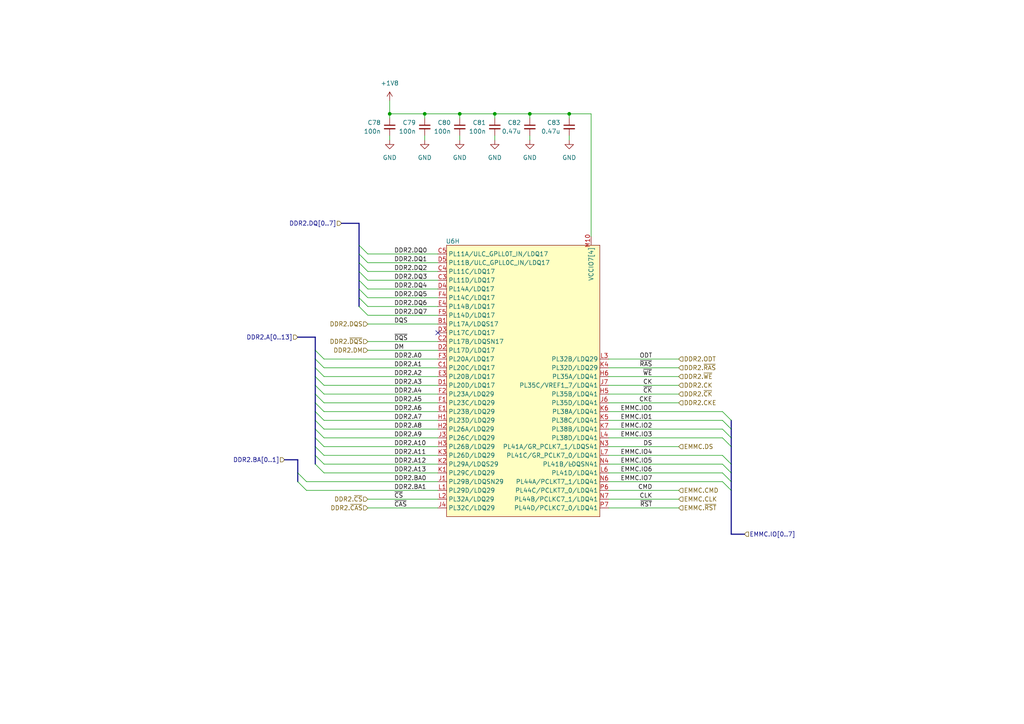
<source format=kicad_sch>
(kicad_sch (version 20250114) (generator "eeschema") (generator_version "9.0")
  (paper "A4")
  (title_block (title "${Project Designation}") (date "2024-06-30") (rev "${Revision}") (comment 1 "${Project Title}") (comment 2 "FPGA BANK 7") (comment 3 "${Part Number}"))
  (lib_symbols
    (symbol "Device:C_Small" (pin_numbers (hide yes)) (pin_names (offset 0.254) (hide yes))
      (property "Reference" "C" (at 0.254 1.778 0))
      (property "Value" "C_Small" (at 0.254 -2.032 0))
      (symbol "C_Small_1_1"
        (pin passive line (at 0 2.54 270) (length 2.032) (name "~") (number "1"))
        (pin passive line (at 0 -2.54 90) (length 2.032) (name "~") (number "2"))
      )
    )
    (symbol "ECAP5-BSOM:LFE5U-85F-*BG756*"
      (property "Reference" "U" (at -1.016 3.81 0))
      (symbol "LFE5U-85F-*BG756*_1_0"
        (pin power_in line (at -5.08 0 0) (length 2.54) (name "VCC[36]") (number "AA12"))
        (pin passive line (at -5.08 0 0) (length 2.54) (hide yes) (name "VCC") (number "AA13"))
        (pin passive line (at -5.08 0 0) (length 2.54) (hide yes) (name "VCC") (number "AA14"))
        (pin passive line (at -5.08 0 0) (length 2.54) (hide yes) (name "VCC") (number "AA15"))
        (pin passive line (at -5.08 0 0) (length 2.54) (hide yes) (name "VCC") (number "AA16"))
        (pin passive line (at -5.08 0 0) (length 2.54) (hide yes) (name "VCC") (number "AA17"))
        (pin passive line (at -5.08 0 0) (length 2.54) (hide yes) (name "VCC") (number "AA18"))
        (pin passive line (at -5.08 0 0) (length 2.54) (hide yes) (name "VCC") (number "AA19"))
        (pin passive line (at -5.08 0 0) (length 2.54) (hide yes) (name "VCC") (number "AA20"))
        (pin passive line (at -5.08 0 0) (length 2.54) (hide yes) (name "VCC") (number "AA21"))
        (pin passive line (at -5.08 0 0) (length 2.54) (hide yes) (name "VCC") (number "M12"))
        (pin passive line (at -5.08 0 0) (length 2.54) (hide yes) (name "VCC") (number "M13"))
        (pin passive line (at -5.08 0 0) (length 2.54) (hide yes) (name "VCC") (number "M14"))
        (pin passive line (at -5.08 0 0) (length 2.54) (hide yes) (name "VCC") (number "M15"))
        (pin passive line (at -5.08 0 0) (length 2.54) (hide yes) (name "VCC") (number "M16"))
        (pin passive line (at -5.08 0 0) (length 2.54) (hide yes) (name "VCC") (number "M17"))
        (pin passive line (at -5.08 0 0) (length 2.54) (hide yes) (name "VCC") (number "M18"))
        (pin passive line (at -5.08 0 0) (length 2.54) (hide yes) (name "VCC") (number "M19"))
        (pin passive line (at -5.08 0 0) (length 2.54) (hide yes) (name "VCC") (number "M20"))
        (pin passive line (at -5.08 0 0) (length 2.54) (hide yes) (name "VCC") (number "M21"))
        (pin passive line (at -5.08 0 0) (length 2.54) (hide yes) (name "VCC") (number "N12"))
        (pin passive line (at -5.08 0 0) (length 2.54) (hide yes) (name "VCC") (number "N21"))
        (pin passive line (at -5.08 0 0) (length 2.54) (hide yes) (name "VCC") (number "P12"))
        (pin passive line (at -5.08 0 0) (length 2.54) (hide yes) (name "VCC") (number "P21"))
        (pin passive line (at -5.08 0 0) (length 2.54) (hide yes) (name "VCC") (number "R12"))
        (pin passive line (at -5.08 0 0) (length 2.54) (hide yes) (name "VCC") (number "R21"))
        (pin passive line (at -5.08 0 0) (length 2.54) (hide yes) (name "VCC") (number "T12"))
        (pin passive line (at -5.08 0 0) (length 2.54) (hide yes) (name "VCC") (number "T21"))
        (pin passive line (at -5.08 0 0) (length 2.54) (hide yes) (name "VCC") (number "U12"))
        (pin passive line (at -5.08 0 0) (length 2.54) (hide yes) (name "VCC") (number "U21"))
        (pin passive line (at -5.08 0 0) (length 2.54) (hide yes) (name "VCC") (number "V12"))
        (pin passive line (at -5.08 0 0) (length 2.54) (hide yes) (name "VCC") (number "V21"))
        (pin passive line (at -5.08 0 0) (length 2.54) (hide yes) (name "VCC") (number "W12"))
        (pin passive line (at -5.08 0 0) (length 2.54) (hide yes) (name "VCC") (number "W21"))
        (pin passive line (at -5.08 0 0) (length 2.54) (hide yes) (name "VCC") (number "Y12"))
        (pin passive line (at -5.08 0 0) (length 2.54) (hide yes) (name "VCC") (number "Y21"))
        (pin power_in line (at 8.89 -15.24 90) (length 2.54) (name "GND[266]") (number "AA11"))
        (pin passive line (at 8.89 -15.24 90) (length 2.54) (hide yes) (name "GND") (number "AA22"))
        (pin passive line (at 8.89 -15.24 90) (length 2.54) (hide yes) (name "GND") (number "AB11"))
        (pin passive line (at 8.89 -15.24 90) (length 2.54) (hide yes) (name "GND") (number "AB12"))
        (pin passive line (at 8.89 -15.24 90) (length 2.54) (hide yes) (name "GND") (number "AB13"))
        (pin passive line (at 8.89 -15.24 90) (length 2.54) (hide yes) (name "GND") (number "AB14"))
        (pin passive line (at 8.89 -15.24 90) (length 2.54) (hide yes) (name "GND") (number "AB15"))
        (pin passive line (at 8.89 -15.24 90) (length 2.54) (hide yes) (name "GND") (number "AB16"))
        (pin passive line (at 8.89 -15.24 90) (length 2.54) (hide yes) (name "GND") (number "AB17"))
        (pin passive line (at 8.89 -15.24 90) (length 2.54) (hide yes) (name "GND") (number "AB18"))
        (pin passive line (at 8.89 -15.24 90) (length 2.54) (hide yes) (name "GND") (number "AB19"))
        (pin passive line (at 8.89 -15.24 90) (length 2.54) (hide yes) (name "GND") (number "AB20"))
        (pin passive line (at 8.89 -15.24 90) (length 2.54) (hide yes) (name "GND") (number "AB21"))
        (pin passive line (at 8.89 -15.24 90) (length 2.54) (hide yes) (name "GND") (number "AB22"))
        (pin passive line (at 8.89 -15.24 90) (length 2.54) (hide yes) (name "GND") (number "AC12"))
        (pin passive line (at 8.89 -15.24 90) (length 2.54) (hide yes) (name "GND") (number "AC13"))
        (pin passive line (at 8.89 -15.24 90) (length 2.54) (hide yes) (name "GND") (number "AC14"))
        (pin passive line (at 8.89 -15.24 90) (length 2.54) (hide yes) (name "GND") (number "AC15"))
        (pin passive line (at 8.89 -15.24 90) (length 2.54) (hide yes) (name "GND") (number "AC16"))
        (pin passive line (at 8.89 -15.24 90) (length 2.54) (hide yes) (name "GND") (number "AC17"))
        (pin passive line (at 8.89 -15.24 90) (length 2.54) (hide yes) (name "GND") (number "AC18"))
        (pin passive line (at 8.89 -15.24 90) (length 2.54) (hide yes) (name "GND") (number "AC19"))
        (pin passive line (at 8.89 -15.24 90) (length 2.54) (hide yes) (name "GND") (number "AC20"))
        (pin passive line (at 8.89 -15.24 90) (length 2.54) (hide yes) (name "GND") (number "AC21"))
        (pin passive line (at 8.89 -15.24 90) (length 2.54) (hide yes) (name "GND") (number "AD2"))
        (pin passive line (at 8.89 -15.24 90) (length 2.54) (hide yes) (name "GND") (number "AD28"))
        (pin passive line (at 8.89 -15.24 90) (length 2.54) (hide yes) (name "GND") (number "AD31"))
        (pin passive line (at 8.89 -15.24 90) (length 2.54) (hide yes) (name "GND") (number "AD5"))
        (pin passive line (at 8.89 -15.24 90) (length 2.54) (hide yes) (name "GND") (number "AF11"))
        (pin passive line (at 8.89 -15.24 90) (length 2.54) (hide yes) (name "GND") (number "AF12"))
        (pin passive line (at 8.89 -15.24 90) (length 2.54) (hide yes) (name "GND") (number "AF14"))
        (pin passive line (at 8.89 -15.24 90) (length 2.54) (hide yes) (name "GND") (number "AF15"))
        (pin passive line (at 8.89 -15.24 90) (length 2.54) (hide yes) (name "GND") (number "AF16"))
        (pin passive line (at 8.89 -15.24 90) (length 2.54) (hide yes) (name "GND") (number "AF17"))
        (pin passive line (at 8.89 -15.24 90) (length 2.54) (hide yes) (name "GND") (number "AF19"))
        (pin passive line (at 8.89 -15.24 90) (length 2.54) (hide yes) (name "GND") (number "AF20"))
        (pin passive line (at 8.89 -15.24 90) (length 2.54) (hide yes) (name "GND") (number "AF22"))
        (pin passive line (at 8.89 -15.24 90) (length 2.54) (hide yes) (name "GND") (number "AF23"))
        (pin passive line (at 8.89 -15.24 90) (length 2.54) (hide yes) (name "GND") (number "AG11"))
        (pin passive line (at 8.89 -15.24 90) (length 2.54) (hide yes) (name "GND") (number "AG12"))
        (pin passive line (at 8.89 -15.24 90) (length 2.54) (hide yes) (name "GND") (number "AG14"))
        (pin passive line (at 8.89 -15.24 90) (length 2.54) (hide yes) (name "GND") (number "AG15"))
        (pin passive line (at 8.89 -15.24 90) (length 2.54) (hide yes) (name "GND") (number "AG16"))
        (pin passive line (at 8.89 -15.24 90) (length 2.54) (hide yes) (name "GND") (number "AG17"))
        (pin passive line (at 8.89 -15.24 90) (length 2.54) (hide yes) (name "GND") (number "AG19"))
        (pin passive line (at 8.89 -15.24 90) (length 2.54) (hide yes) (name "GND") (number "AG20"))
        (pin passive line (at 8.89 -15.24 90) (length 2.54) (hide yes) (name "GND") (number "AG22"))
        (pin passive line (at 8.89 -15.24 90) (length 2.54) (hide yes) (name "GND") (number "AG23"))
        (pin passive line (at 8.89 -15.24 90) (length 2.54) (hide yes) (name "GND") (number "AG9"))
        (pin passive line (at 8.89 -15.24 90) (length 2.54) (hide yes) (name "GND") (number "AH11"))
        (pin passive line (at 8.89 -15.24 90) (length 2.54) (hide yes) (name "GND") (number "AH12"))
        (pin passive line (at 8.89 -15.24 90) (length 2.54) (hide yes) (name "GND") (number "AH14"))
        (pin passive line (at 8.89 -15.24 90) (length 2.54) (hide yes) (name "GND") (number "AH15"))
        (pin passive line (at 8.89 -15.24 90) (length 2.54) (hide yes) (name "GND") (number "AH16"))
        (pin passive line (at 8.89 -15.24 90) (length 2.54) (hide yes) (name "GND") (number "AH17"))
        (pin passive line (at 8.89 -15.24 90) (length 2.54) (hide yes) (name "GND") (number "AH19"))
        (pin passive line (at 8.89 -15.24 90) (length 2.54) (hide yes) (name "GND") (number "AH2"))
        (pin passive line (at 8.89 -15.24 90) (length 2.54) (hide yes) (name "GND") (number "AH20"))
        (pin passive line (at 8.89 -15.24 90) (length 2.54) (hide yes) (name "GND") (number "AH22"))
        (pin passive line (at 8.89 -15.24 90) (length 2.54) (hide yes) (name "GND") (number "AH23"))
        (pin passive line (at 8.89 -15.24 90) (length 2.54) (hide yes) (name "GND") (number "AH24"))
        (pin passive line (at 8.89 -15.24 90) (length 2.54) (hide yes) (name "GND") (number "AH25"))
        (pin passive line (at 8.89 -15.24 90) (length 2.54) (hide yes) (name "GND") (number "AH26"))
        (pin passive line (at 8.89 -15.24 90) (length 2.54) (hide yes) (name "GND") (number "AH29"))
        (pin passive line (at 8.89 -15.24 90) (length 2.54) (hide yes) (name "GND") (number "AH31"))
        (pin passive line (at 8.89 -15.24 90) (length 2.54) (hide yes) (name "GND") (number "AH5"))
        (pin passive line (at 8.89 -15.24 90) (length 2.54) (hide yes) (name "GND") (number "AH7"))
        (pin passive line (at 8.89 -15.24 90) (length 2.54) (hide yes) (name "GND") (number "AH8"))
        (pin passive line (at 8.89 -15.24 90) (length 2.54) (hide yes) (name "GND") (number "AH9"))
        (pin passive line (at 8.89 -15.24 90) (length 2.54) (hide yes) (name "GND") (number "AJ10"))
        (pin passive line (at 8.89 -15.24 90) (length 2.54) (hide yes) (name "GND") (number "AJ11"))
        (pin passive line (at 8.89 -15.24 90) (length 2.54) (hide yes) (name "GND") (number "AJ12"))
        (pin passive line (at 8.89 -15.24 90) (length 2.54) (hide yes) (name "GND") (number "AJ13"))
        (pin passive line (at 8.89 -15.24 90) (length 2.54) (hide yes) (name "GND") (number "AJ14"))
        (pin passive line (at 8.89 -15.24 90) (length 2.54) (hide yes) (name "GND") (number "AJ15"))
        (pin passive line (at 8.89 -15.24 90) (length 2.54) (hide yes) (name "GND") (number "AJ16"))
        (pin passive line (at 8.89 -15.24 90) (length 2.54) (hide yes) (name "GND") (number "AJ17"))
        (pin passive line (at 8.89 -15.24 90) (length 2.54) (hide yes) (name "GND") (number "AJ18"))
        (pin passive line (at 8.89 -15.24 90) (length 2.54) (hide yes) (name "GND") (number "AJ19"))
        (pin passive line (at 8.89 -15.24 90) (length 2.54) (hide yes) (name "GND") (number "AJ20"))
        (pin passive line (at 8.89 -15.24 90) (length 2.54) (hide yes) (name "GND") (number "AJ21"))
        (pin passive line (at 8.89 -15.24 90) (length 2.54) (hide yes) (name "GND") (number "AJ22"))
        (pin passive line (at 8.89 -15.24 90) (length 2.54) (hide yes) (name "GND") (number "AJ23"))
        (pin passive line (at 8.89 -15.24 90) (length 2.54) (hide yes) (name "GND") (number "AJ24"))
        (pin passive line (at 8.89 -15.24 90) (length 2.54) (hide yes) (name "GND") (number "AJ25"))
        (pin passive line (at 8.89 -15.24 90) (length 2.54) (hide yes) (name "GND") (number "AJ26"))
        (pin passive line (at 8.89 -15.24 90) (length 2.54) (hide yes) (name "GND") (number "AJ7"))
        (pin passive line (at 8.89 -15.24 90) (length 2.54) (hide yes) (name "GND") (number "AJ8"))
        (pin passive line (at 8.89 -15.24 90) (length 2.54) (hide yes) (name "GND") (number "AJ9"))
        (pin passive line (at 8.89 -15.24 90) (length 2.54) (hide yes) (name "GND") (number "AK11"))
        (pin passive line (at 8.89 -15.24 90) (length 2.54) (hide yes) (name "GND") (number "AK14"))
        (pin passive line (at 8.89 -15.24 90) (length 2.54) (hide yes) (name "GND") (number "AK17"))
        (pin passive line (at 8.89 -15.24 90) (length 2.54) (hide yes) (name "GND") (number "AK20"))
        (pin passive line (at 8.89 -15.24 90) (length 2.54) (hide yes) (name "GND") (number "AK23"))
        (pin passive line (at 8.89 -15.24 90) (length 2.54) (hide yes) (name "GND") (number "AK26"))
        (pin passive line (at 8.89 -15.24 90) (length 2.54) (hide yes) (name "GND") (number "AK7"))
        (pin passive line (at 8.89 -15.24 90) (length 2.54) (hide yes) (name "GND") (number "AK8"))
        (pin passive line (at 8.89 -15.24 90) (length 2.54) (hide yes) (name "GND") (number "AL11"))
        (pin passive line (at 8.89 -15.24 90) (length 2.54) (hide yes) (name "GND") (number "AL12"))
        (pin passive line (at 8.89 -15.24 90) (length 2.54) (hide yes) (name "GND") (number "AL14"))
        (pin passive line (at 8.89 -15.24 90) (length 2.54) (hide yes) (name "GND") (number "AL15"))
        (pin passive line (at 8.89 -15.24 90) (length 2.54) (hide yes) (name "GND") (number "AL17"))
        (pin passive line (at 8.89 -15.24 90) (length 2.54) (hide yes) (name "GND") (number "AL18"))
        (pin passive line (at 8.89 -15.24 90) (length 2.54) (hide yes) (name "GND") (number "AL2"))
        (pin passive line (at 8.89 -15.24 90) (length 2.54) (hide yes) (name "GND") (number "AL20"))
        (pin passive line (at 8.89 -15.24 90) (length 2.54) (hide yes) (name "GND") (number "AL21"))
        (pin passive line (at 8.89 -15.24 90) (length 2.54) (hide yes) (name "GND") (number "AL23"))
        (pin passive line (at 8.89 -15.24 90) (length 2.54) (hide yes) (name "GND") (number "AL24"))
        (pin passive line (at 8.89 -15.24 90) (length 2.54) (hide yes) (name "GND") (number "AL26"))
        (pin passive line (at 8.89 -15.24 90) (length 2.54) (hide yes) (name "GND") (number "AL29"))
        (pin passive line (at 8.89 -15.24 90) (length 2.54) (hide yes) (name "GND") (number "AL31"))
        (pin passive line (at 8.89 -15.24 90) (length 2.54) (hide yes) (name "GND") (number "AL5"))
        (pin passive line (at 8.89 -15.24 90) (length 2.54) (hide yes) (name "GND") (number "AL7"))
        (pin passive line (at 8.89 -15.24 90) (length 2.54) (hide yes) (name "GND") (number "AL8"))
        (pin passive line (at 8.89 -15.24 90) (length 2.54) (hide yes) (name "GND") (number "AL9"))
        (pin passive line (at 8.89 -15.24 90) (length 2.54) (hide yes) (name "GND") (number "AM11"))
        (pin passive line (at 8.89 -15.24 90) (length 2.54) (hide yes) (name "GND") (number "AM12"))
        (pin passive line (at 8.89 -15.24 90) (length 2.54) (hide yes) (name "GND") (number "AM14"))
        (pin passive line (at 8.89 -15.24 90) (length 2.54) (hide yes) (name "GND") (number "AM15"))
        (pin passive line (at 8.89 -15.24 90) (length 2.54) (hide yes) (name "GND") (number "AM17"))
        (pin passive line (at 8.89 -15.24 90) (length 2.54) (hide yes) (name "GND") (number "AM18"))
        (pin passive line (at 8.89 -15.24 90) (length 2.54) (hide yes) (name "GND") (number "AM20"))
        (pin passive line (at 8.89 -15.24 90) (length 2.54) (hide yes) (name "GND") (number "AM21"))
        (pin passive line (at 8.89 -15.24 90) (length 2.54) (hide yes) (name "GND") (number "AM23"))
        (pin passive line (at 8.89 -15.24 90) (length 2.54) (hide yes) (name "GND") (number "AM24"))
        (pin passive line (at 8.89 -15.24 90) (length 2.54) (hide yes) (name "GND") (number "AM26"))
        (pin passive line (at 8.89 -15.24 90) (length 2.54) (hide yes) (name "GND") (number "AM7"))
        (pin passive line (at 8.89 -15.24 90) (length 2.54) (hide yes) (name "GND") (number "AM8"))
        (pin passive line (at 8.89 -15.24 90) (length 2.54) (hide yes) (name "GND") (number "AM9"))
        (pin passive line (at 8.89 -15.24 90) (length 2.54) (hide yes) (name "GND") (number "B13"))
        (pin passive line (at 8.89 -15.24 90) (length 2.54) (hide yes) (name "GND") (number "B15"))
        (pin passive line (at 8.89 -15.24 90) (length 2.54) (hide yes) (name "GND") (number "B18"))
        (pin passive line (at 8.89 -15.24 90) (length 2.54) (hide yes) (name "GND") (number "B2"))
        (pin passive line (at 8.89 -15.24 90) (length 2.54) (hide yes) (name "GND") (number "B20"))
        (pin passive line (at 8.89 -15.24 90) (length 2.54) (hide yes) (name "GND") (number "B24"))
        (pin passive line (at 8.89 -15.24 90) (length 2.54) (hide yes) (name "GND") (number "B28"))
        (pin passive line (at 8.89 -15.24 90) (length 2.54) (hide yes) (name "GND") (number "B31"))
        (pin passive line (at 8.89 -15.24 90) (length 2.54) (hide yes) (name "GND") (number "B5"))
        (pin passive line (at 8.89 -15.24 90) (length 2.54) (hide yes) (name "GND") (number "B9"))
        (pin passive line (at 8.89 -15.24 90) (length 2.54) (hide yes) (name "GND") (number "E13"))
        (pin passive line (at 8.89 -15.24 90) (length 2.54) (hide yes) (name "GND") (number "E15"))
        (pin passive line (at 8.89 -15.24 90) (length 2.54) (hide yes) (name "GND") (number "E18"))
        (pin passive line (at 8.89 -15.24 90) (length 2.54) (hide yes) (name "GND") (number "E2"))
        (pin passive line (at 8.89 -15.24 90) (length 2.54) (hide yes) (name "GND") (number "E20"))
        (pin passive line (at 8.89 -15.24 90) (length 2.54) (hide yes) (name "GND") (number "E24"))
        (pin passive line (at 8.89 -15.24 90) (length 2.54) (hide yes) (name "GND") (number "E28"))
        (pin passive line (at 8.89 -15.24 90) (length 2.54) (hide yes) (name "GND") (number "E31"))
        (pin passive line (at 8.89 -15.24 90) (length 2.54) (hide yes) (name "GND") (number "E5"))
        (pin passive line (at 8.89 -15.24 90) (length 2.54) (hide yes) (name "GND") (number "E9"))
        (pin passive line (at 8.89 -15.24 90) (length 2.54) (hide yes) (name "GND") (number "J2"))
        (pin passive line (at 8.89 -15.24 90) (length 2.54) (hide yes) (name "GND") (number "J28"))
        (pin passive line (at 8.89 -15.24 90) (length 2.54) (hide yes) (name "GND") (number "J31"))
        (pin passive line (at 8.89 -15.24 90) (length 2.54) (hide yes) (name "GND") (number "J5"))
        (pin passive line (at 8.89 -15.24 90) (length 2.54) (hide yes) (name "GND") (number "K10"))
        (pin passive line (at 8.89 -15.24 90) (length 2.54) (hide yes) (name "GND") (number "K11"))
        (pin passive line (at 8.89 -15.24 90) (length 2.54) (hide yes) (name "GND") (number "K22"))
        (pin passive line (at 8.89 -15.24 90) (length 2.54) (hide yes) (name "GND") (number "K23"))
        (pin passive line (at 8.89 -15.24 90) (length 2.54) (hide yes) (name "GND") (number "L10"))
        (pin passive line (at 8.89 -15.24 90) (length 2.54) (hide yes) (name "GND") (number "L11"))
        (pin passive line (at 8.89 -15.24 90) (length 2.54) (hide yes) (name "GND") (number "L12"))
        (pin passive line (at 8.89 -15.24 90) (length 2.54) (hide yes) (name "GND") (number "L13"))
        (pin passive line (at 8.89 -15.24 90) (length 2.54) (hide yes) (name "GND") (number "L14"))
        (pin passive line (at 8.89 -15.24 90) (length 2.54) (hide yes) (name "GND") (number "L15"))
        (pin passive line (at 8.89 -15.24 90) (length 2.54) (hide yes) (name "GND") (number "L16"))
        (pin passive line (at 8.89 -15.24 90) (length 2.54) (hide yes) (name "GND") (number "L17"))
        (pin passive line (at 8.89 -15.24 90) (length 2.54) (hide yes) (name "GND") (number "L18"))
        (pin passive line (at 8.89 -15.24 90) (length 2.54) (hide yes) (name "GND") (number "L19"))
        (pin passive line (at 8.89 -15.24 90) (length 2.54) (hide yes) (name "GND") (number "L20"))
        (pin passive line (at 8.89 -15.24 90) (length 2.54) (hide yes) (name "GND") (number "L21"))
        (pin passive line (at 8.89 -15.24 90) (length 2.54) (hide yes) (name "GND") (number "L22"))
        (pin passive line (at 8.89 -15.24 90) (length 2.54) (hide yes) (name "GND") (number "L23"))
        (pin passive line (at 8.89 -15.24 90) (length 2.54) (hide yes) (name "GND") (number "M11"))
        (pin passive line (at 8.89 -15.24 90) (length 2.54) (hide yes) (name "GND") (number "M22"))
        (pin passive line (at 8.89 -15.24 90) (length 2.54) (hide yes) (name "GND") (number "N11"))
        (pin passive line (at 8.89 -15.24 90) (length 2.54) (hide yes) (name "GND") (number "N13"))
        (pin passive line (at 8.89 -15.24 90) (length 2.54) (hide yes) (name "GND") (number "N14"))
        (pin passive line (at 8.89 -15.24 90) (length 2.54) (hide yes) (name "GND") (number "N15"))
        (pin passive line (at 8.89 -15.24 90) (length 2.54) (hide yes) (name "GND") (number "N16"))
        (pin passive line (at 8.89 -15.24 90) (length 2.54) (hide yes) (name "GND") (number "N17"))
        (pin passive line (at 8.89 -15.24 90) (length 2.54) (hide yes) (name "GND") (number "N18"))
        (pin passive line (at 8.89 -15.24 90) (length 2.54) (hide yes) (name "GND") (number "N19"))
        (pin passive line (at 8.89 -15.24 90) (length 2.54) (hide yes) (name "GND") (number "N2"))
        (pin passive line (at 8.89 -15.24 90) (length 2.54) (hide yes) (name "GND") (number "N20"))
        (pin passive line (at 8.89 -15.24 90) (length 2.54) (hide yes) (name "GND") (number "N22"))
        (pin passive line (at 8.89 -15.24 90) (length 2.54) (hide yes) (name "GND") (number "N28"))
        (pin passive line (at 8.89 -15.24 90) (length 2.54) (hide yes) (name "GND") (number "N31"))
        (pin passive line (at 8.89 -15.24 90) (length 2.54) (hide yes) (name "GND") (number "N5"))
        (pin passive line (at 8.89 -15.24 90) (length 2.54) (hide yes) (name "GND") (number "P11"))
        (pin passive line (at 8.89 -15.24 90) (length 2.54) (hide yes) (name "GND") (number "P13"))
        (pin passive line (at 8.89 -15.24 90) (length 2.54) (hide yes) (name "GND") (number "P14"))
        (pin passive line (at 8.89 -15.24 90) (length 2.54) (hide yes) (name "GND") (number "P15"))
        (pin passive line (at 8.89 -15.24 90) (length 2.54) (hide yes) (name "GND") (number "P16"))
        (pin passive line (at 8.89 -15.24 90) (length 2.54) (hide yes) (name "GND") (number "P17"))
        (pin passive line (at 8.89 -15.24 90) (length 2.54) (hide yes) (name "GND") (number "P18"))
        (pin passive line (at 8.89 -15.24 90) (length 2.54) (hide yes) (name "GND") (number "P19"))
        (pin passive line (at 8.89 -15.24 90) (length 2.54) (hide yes) (name "GND") (number "P20"))
        (pin passive line (at 8.89 -15.24 90) (length 2.54) (hide yes) (name "GND") (number "P22"))
        (pin passive line (at 8.89 -15.24 90) (length 2.54) (hide yes) (name "GND") (number "R11"))
        (pin passive line (at 8.89 -15.24 90) (length 2.54) (hide yes) (name "GND") (number "R13"))
        (pin passive line (at 8.89 -15.24 90) (length 2.54) (hide yes) (name "GND") (number "R14"))
        (pin passive line (at 8.89 -15.24 90) (length 2.54) (hide yes) (name "GND") (number "R15"))
        (pin passive line (at 8.89 -15.24 90) (length 2.54) (hide yes) (name "GND") (number "R16"))
        (pin passive line (at 8.89 -15.24 90) (length 2.54) (hide yes) (name "GND") (number "R17"))
        (pin passive line (at 8.89 -15.24 90) (length 2.54) (hide yes) (name "GND") (number "R18"))
        (pin passive line (at 8.89 -15.24 90) (length 2.54) (hide yes) (name "GND") (number "R19"))
        (pin passive line (at 8.89 -15.24 90) (length 2.54) (hide yes) (name "GND") (number "R2"))
        (pin passive line (at 8.89 -15.24 90) (length 2.54) (hide yes) (name "GND") (number "R20"))
        (pin passive line (at 8.89 -15.24 90) (length 2.54) (hide yes) (name "GND") (number "R22"))
        (pin passive line (at 8.89 -15.24 90) (length 2.54) (hide yes) (name "GND") (number "R28"))
        (pin passive line (at 8.89 -15.24 90) (length 2.54) (hide yes) (name "GND") (number "R31"))
        (pin passive line (at 8.89 -15.24 90) (length 2.54) (hide yes) (name "GND") (number "R5"))
        (pin passive line (at 8.89 -15.24 90) (length 2.54) (hide yes) (name "GND") (number "T11"))
        (pin passive line (at 8.89 -15.24 90) (length 2.54) (hide yes) (name "GND") (number "T13"))
        (pin passive line (at 8.89 -15.24 90) (length 2.54) (hide yes) (name "GND") (number "T14"))
        (pin passive line (at 8.89 -15.24 90) (length 2.54) (hide yes) (name "GND") (number "T15"))
        (pin passive line (at 8.89 -15.24 90) (length 2.54) (hide yes) (name "GND") (number "T16"))
        (pin passive line (at 8.89 -15.24 90) (length 2.54) (hide yes) (name "GND") (number "T17"))
        (pin passive line (at 8.89 -15.24 90) (length 2.54) (hide yes) (name "GND") (number "T18"))
        (pin passive line (at 8.89 -15.24 90) (length 2.54) (hide yes) (name "GND") (number "T19"))
        (pin passive line (at 8.89 -15.24 90) (length 2.54) (hide yes) (name "GND") (number "T20"))
        (pin passive line (at 8.89 -15.24 90) (length 2.54) (hide yes) (name "GND") (number "T22"))
        (pin passive line (at 8.89 -15.24 90) (length 2.54) (hide yes) (name "GND") (number "U11"))
        (pin passive line (at 8.89 -15.24 90) (length 2.54) (hide yes) (name "GND") (number "U13"))
        (pin passive line (at 8.89 -15.24 90) (length 2.54) (hide yes) (name "GND") (number "U14"))
        (pin passive line (at 8.89 -15.24 90) (length 2.54) (hide yes) (name "GND") (number "U15"))
        (pin passive line (at 8.89 -15.24 90) (length 2.54) (hide yes) (name "GND") (number "U16"))
        (pin passive line (at 8.89 -15.24 90) (length 2.54) (hide yes) (name "GND") (number "U17"))
        (pin passive line (at 8.89 -15.24 90) (length 2.54) (hide yes) (name "GND") (number "U18"))
        (pin passive line (at 8.89 -15.24 90) (length 2.54) (hide yes) (name "GND") (number "U19"))
        (pin passive line (at 8.89 -15.24 90) (length 2.54) (hide yes) (name "GND") (number "U20"))
        (pin passive line (at 8.89 -15.24 90) (length 2.54) (hide yes) (name "GND") (number "U22"))
        (pin passive line (at 8.89 -15.24 90) (length 2.54) (hide yes) (name "GND") (number "V11"))
        (pin passive line (at 8.89 -15.24 90) (length 2.54) (hide yes) (name "GND") (number "V13"))
        (pin passive line (at 8.89 -15.24 90) (length 2.54) (hide yes) (name "GND") (number "V14"))
        (pin passive line (at 8.89 -15.24 90) (length 2.54) (hide yes) (name "GND") (number "V15"))
        (pin passive line (at 8.89 -15.24 90) (length 2.54) (hide yes) (name "GND") (number "V16"))
        (pin passive line (at 8.89 -15.24 90) (length 2.54) (hide yes) (name "GND") (number "V17"))
        (pin passive line (at 8.89 -15.24 90) (length 2.54) (hide yes) (name "GND") (number "V18"))
        (pin passive line (at 8.89 -15.24 90) (length 2.54) (hide yes) (name "GND") (number "V19"))
        (pin passive line (at 8.89 -15.24 90) (length 2.54) (hide yes) (name "GND") (number "V2"))
        (pin passive line (at 8.89 -15.24 90) (length 2.54) (hide yes) (name "GND") (number "V20"))
        (pin passive line (at 8.89 -15.24 90) (length 2.54) (hide yes) (name "GND") (number "V22"))
        (pin passive line (at 8.89 -15.24 90) (length 2.54) (hide yes) (name "GND") (number "V28"))
        (pin passive line (at 8.89 -15.24 90) (length 2.54) (hide yes) (name "GND") (number "V31"))
        (pin passive line (at 8.89 -15.24 90) (length 2.54) (hide yes) (name "GND") (number "V5"))
        (pin passive line (at 8.89 -15.24 90) (length 2.54) (hide yes) (name "GND") (number "W11"))
        (pin passive line (at 8.89 -15.24 90) (length 2.54) (hide yes) (name "GND") (number "W13"))
        (pin passive line (at 8.89 -15.24 90) (length 2.54) (hide yes) (name "GND") (number "W14"))
        (pin passive line (at 8.89 -15.24 90) (length 2.54) (hide yes) (name "GND") (number "W15"))
        (pin passive line (at 8.89 -15.24 90) (length 2.54) (hide yes) (name "GND") (number "W16"))
        (pin passive line (at 8.89 -15.24 90) (length 2.54) (hide yes) (name "GND") (number "W17"))
        (pin passive line (at 8.89 -15.24 90) (length 2.54) (hide yes) (name "GND") (number "W18"))
        (pin passive line (at 8.89 -15.24 90) (length 2.54) (hide yes) (name "GND") (number "W19"))
        (pin passive line (at 8.89 -15.24 90) (length 2.54) (hide yes) (name "GND") (number "W20"))
        (pin passive line (at 8.89 -15.24 90) (length 2.54) (hide yes) (name "GND") (number "W22"))
        (pin passive line (at 8.89 -15.24 90) (length 2.54) (hide yes) (name "GND") (number "Y11"))
        (pin passive line (at 8.89 -15.24 90) (length 2.54) (hide yes) (name "GND") (number "Y13"))
        (pin passive line (at 8.89 -15.24 90) (length 2.54) (hide yes) (name "GND") (number "Y14"))
        (pin passive line (at 8.89 -15.24 90) (length 2.54) (hide yes) (name "GND") (number "Y15"))
        (pin passive line (at 8.89 -15.24 90) (length 2.54) (hide yes) (name "GND") (number "Y16"))
        (pin passive line (at 8.89 -15.24 90) (length 2.54) (hide yes) (name "GND") (number "Y17"))
        (pin passive line (at 8.89 -15.24 90) (length 2.54) (hide yes) (name "GND") (number "Y18"))
        (pin passive line (at 8.89 -15.24 90) (length 2.54) (hide yes) (name "GND") (number "Y19"))
        (pin passive line (at 8.89 -15.24 90) (length 2.54) (hide yes) (name "GND") (number "Y2"))
        (pin passive line (at 8.89 -15.24 90) (length 2.54) (hide yes) (name "GND") (number "Y20"))
        (pin passive line (at 8.89 -15.24 90) (length 2.54) (hide yes) (name "GND") (number "Y22"))
        (pin passive line (at 8.89 -15.24 90) (length 2.54) (hide yes) (name "GND") (number "Y31"))
        (pin no_connect line (at 15.24 -15.24 90) (length 2.54) (hide yes) (name "RESERVED") (number "AK10"))
        (pin no_connect line (at 15.24 -15.24 90) (length 2.54) (hide yes) (name "RESERVED") (number "AK12"))
        (pin no_connect line (at 15.24 -15.24 90) (length 2.54) (hide yes) (name "RESERVED") (number "AK13"))
        (pin no_connect line (at 15.24 -15.24 90) (length 2.54) (hide yes) (name "RESERVED") (number "AK15"))
        (pin no_connect line (at 15.24 -15.24 90) (length 2.54) (hide yes) (name "RESERVED") (number "AK16"))
        (pin no_connect line (at 15.24 -15.24 90) (length 2.54) (hide yes) (name "RESERVED") (number "AK18"))
        (pin no_connect line (at 15.24 -15.24 90) (length 2.54) (hide yes) (name "RESERVED") (number "AK19"))
        (pin no_connect line (at 15.24 -15.24 90) (length 2.54) (hide yes) (name "RESERVED") (number "AK21"))
        (pin no_connect line (at 15.24 -15.24 90) (length 2.54) (hide yes) (name "RESERVED") (number "AK22"))
        (pin no_connect line (at 15.24 -15.24 90) (length 2.54) (hide yes) (name "RESERVED") (number "AK24"))
        (pin no_connect line (at 15.24 -15.24 90) (length 2.54) (hide yes) (name "RESERVED") (number "AK25"))
        (pin no_connect line (at 15.24 -15.24 90) (length 2.54) (hide yes) (name "RESERVED") (number "AK9"))
        (pin no_connect line (at 17.78 -15.24 90) (length 2.54) (hide yes) (name "NC") (number "AC29"))
        (pin no_connect line (at 17.78 -15.24 90) (length 2.54) (hide yes) (name "NC") (number "AC4"))
        (pin no_connect line (at 17.78 -15.24 90) (length 2.54) (hide yes) (name "NC") (number "AE26"))
        (pin no_connect line (at 17.78 -15.24 90) (length 2.54) (hide yes) (name "NC") (number "AE7"))
        (pin no_connect line (at 17.78 -15.24 90) (length 2.54) (hide yes) (name "NC") (number "AG2"))
        (pin no_connect line (at 17.78 -15.24 90) (length 2.54) (hide yes) (name "NC") (number "AG24"))
        (pin no_connect line (at 17.78 -15.24 90) (length 2.54) (hide yes) (name "NC") (number "AG31"))
        (pin no_connect line (at 17.78 -15.24 90) (length 2.54) (hide yes) (name "NC") (number "E26"))
        (pin no_connect line (at 17.78 -15.24 90) (length 2.54) (hide yes) (name "NC") (number "E7"))
        (pin no_connect line (at 17.78 -15.24 90) (length 2.54) (hide yes) (name "NC") (number "G10"))
        (pin no_connect line (at 17.78 -15.24 90) (length 2.54) (hide yes) (name "NC") (number "G11"))
        (pin no_connect line (at 17.78 -15.24 90) (length 2.54) (hide yes) (name "NC") (number "G14"))
        (pin no_connect line (at 17.78 -15.24 90) (length 2.54) (hide yes) (name "NC") (number "G15"))
        (pin no_connect line (at 17.78 -15.24 90) (length 2.54) (hide yes) (name "NC") (number "G16"))
        (pin no_connect line (at 17.78 -15.24 90) (length 2.54) (hide yes) (name "NC") (number "G17"))
        (pin no_connect line (at 17.78 -15.24 90) (length 2.54) (hide yes) (name "NC") (number "G18"))
        (pin no_connect line (at 17.78 -15.24 90) (length 2.54) (hide yes) (name "NC") (number "G19"))
        (pin no_connect line (at 17.78 -15.24 90) (length 2.54) (hide yes) (name "NC") (number "G22"))
        (pin no_connect line (at 17.78 -15.24 90) (length 2.54) (hide yes) (name "NC") (number "G23"))
        (pin no_connect line (at 17.78 -15.24 90) (length 2.54) (hide yes) (name "NC") (number "G24"))
        (pin no_connect line (at 17.78 -15.24 90) (length 2.54) (hide yes) (name "NC") (number "G9"))
        (pin no_connect line (at 17.78 -15.24 90) (length 2.54) (hide yes) (name "NC") (number "H29"))
        (pin no_connect line (at 17.78 -15.24 90) (length 2.54) (hide yes) (name "NC") (number "H4"))
        (pin no_connect line (at 17.78 -15.24 90) (length 2.54) (hide yes) (name "NC") (number "L28"))
        (pin no_connect line (at 17.78 -15.24 90) (length 2.54) (hide yes) (name "NC") (number "L5"))
        (pin no_connect line (at 17.78 -15.24 90) (length 2.54) (hide yes) (name "NC") (number "V3"))
        (pin no_connect line (at 17.78 -15.24 90) (length 2.54) (hide yes) (name "NC") (number "V30"))
        (pin no_connect line (at 17.78 -15.24 90) (length 2.54) (hide yes) (name "NC") (number "W27"))
        (pin no_connect line (at 17.78 -15.24 90) (length 2.54) (hide yes) (name "NC") (number "W6"))
        (pin power_in line (at 22.86 0 180) (length 2.54) (name "VCCAUX[8]") (number "AC11"))
        (pin passive line (at 22.86 0 180) (length 2.54) (hide yes) (name "VCCAUX") (number "AC22"))
        (pin passive line (at 22.86 0 180) (length 2.54) (hide yes) (name "VCCAUX") (number "K13"))
        (pin passive line (at 22.86 0 180) (length 2.54) (hide yes) (name "VCCAUX") (number "K20"))
        (pin passive line (at 22.86 0 180) (length 2.54) (hide yes) (name "VCCAUX") (number "N10"))
        (pin passive line (at 22.86 0 180) (length 2.54) (hide yes) (name "VCCAUX") (number "N23"))
        (pin passive line (at 22.86 0 180) (length 2.54) (hide yes) (name "VCCAUX") (number "Y10"))
        (pin passive line (at 22.86 0 180) (length 2.54) (hide yes) (name "VCCAUX") (number "Y23"))
      )
      (symbol "LFE5U-85F-*BG756*_2_0"
        (pin bidirectional line (at -3.81 0 0) (length 2.54) (name "PT4A/ULC_GPLL1T_IN") (number "B3"))
        (pin bidirectional line (at -3.81 -2.54 0) (length 2.54) (name "PT4B/ULC_GPLL1C_IN") (number "B4"))
        (pin bidirectional line (at -3.81 -5.08 0) (length 2.54) (name "PT6A") (number "A2"))
        (pin bidirectional line (at -3.81 -7.62 0) (length 2.54) (name "PT6B") (number "A3"))
        (pin bidirectional line (at -3.81 -10.16 0) (length 2.54) (name "PT9A") (number "A4"))
        (pin bidirectional line (at -3.81 -12.7 0) (length 2.54) (name "PT9B") (number "A5"))
        (pin bidirectional line (at -3.81 -15.24 0) (length 2.54) (name "PT11A") (number "D7"))
        (pin bidirectional line (at -3.81 -17.78 0) (length 2.54) (name "PT11B") (number "C7"))
        (pin bidirectional line (at -3.81 -20.32 0) (length 2.54) (name "PT13A") (number "B7"))
        (pin bidirectional line (at -3.81 -22.86 0) (length 2.54) (name "PT13B") (number "A7"))
        (pin bidirectional line (at -3.81 -25.4 0) (length 2.54) (name "PT15A") (number "F8"))
        (pin bidirectional line (at -3.81 -27.94 0) (length 2.54) (name "PT15B") (number "E8"))
        (pin bidirectional line (at -3.81 -30.48 0) (length 2.54) (name "PT18A") (number "D8"))
        (pin bidirectional line (at -3.81 -33.02 0) (length 2.54) (name "PT18B") (number "C8"))
        (pin bidirectional line (at -3.81 -35.56 0) (length 2.54) (name "PT20A") (number "B8"))
        (pin bidirectional line (at -3.81 -38.1 0) (length 2.54) (name "PT20B") (number "A8"))
        (pin bidirectional line (at -3.81 -40.64 0) (length 2.54) (name "PT22A") (number "F9"))
        (pin bidirectional line (at -3.81 -43.18 0) (length 2.54) (name "PT22B") (number "D9"))
        (pin bidirectional line (at -3.81 -45.72 0) (length 2.54) (name "PT24A") (number "C9"))
        (pin bidirectional line (at -3.81 -48.26 0) (length 2.54) (name "PT24B") (number "A9"))
        (pin bidirectional line (at -3.81 -50.8 0) (length 2.54) (name "PT27A") (number "F10"))
        (pin bidirectional line (at -3.81 -53.34 0) (length 2.54) (name "PT27B") (number "E10"))
        (pin bidirectional line (at -3.81 -55.88 0) (length 2.54) (name "PT29A") (number "D10"))
        (pin bidirectional line (at -3.81 -58.42 0) (length 2.54) (name "PT29B") (number "C10"))
        (pin bidirectional line (at -3.81 -60.96 0) (length 2.54) (name "PT31A") (number "B10"))
        (pin bidirectional line (at -3.81 -63.5 0) (length 2.54) (name "PT31B") (number "A10"))
        (pin bidirectional line (at -3.81 -66.04 0) (length 2.54) (name "PT33A") (number "F11"))
        (pin bidirectional line (at -3.81 -68.58 0) (length 2.54) (name "PT33B") (number "E11"))
        (pin bidirectional line (at -3.81 -71.12 0) (length 2.54) (name "PT36A") (number "D11"))
        (pin bidirectional line (at -3.81 -73.66 0) (length 2.54) (name "PT36B") (number "C11"))
        (pin power_in line (at 30.48 5.08 270) (length 2.54) (name "VCCIO0[4]") (number "K12"))
        (pin passive line (at 30.48 5.08 270) (length 2.54) (hide yes) (name "VCCIO0") (number "K14"))
        (pin passive line (at 30.48 5.08 270) (length 2.54) (hide yes) (name "VCCIO0") (number "K15"))
        (pin passive line (at 30.48 5.08 270) (length 2.54) (hide yes) (name "VCCIO0") (number "K16"))
        (pin bidirectional line (at 35.56 -10.16 180) (length 2.54) (name "PT38A") (number "B11"))
        (pin bidirectional line (at 35.56 -12.7 180) (length 2.54) (name "PT38B") (number "A11"))
        (pin bidirectional line (at 35.56 -15.24 180) (length 2.54) (name "PT40A") (number "F13"))
        (pin bidirectional line (at 35.56 -17.78 180) (length 2.54) (name "PT40B") (number "D13"))
        (pin bidirectional line (at 35.56 -20.32 180) (length 2.54) (name "PT42A") (number "C13"))
        (pin bidirectional line (at 35.56 -22.86 180) (length 2.54) (name "PT42B") (number "A13"))
        (pin bidirectional line (at 35.56 -25.4 180) (length 2.54) (name "PT45A") (number "F14"))
        (pin bidirectional line (at 35.56 -27.94 180) (length 2.54) (name "PT45B") (number "E14"))
        (pin bidirectional line (at 35.56 -30.48 180) (length 2.54) (name "PT47A") (number "D14"))
        (pin bidirectional line (at 35.56 -33.02 180) (length 2.54) (name "PT47B") (number "C14"))
        (pin bidirectional line (at 35.56 -35.56 180) (length 2.54) (name "PT49A") (number "B14"))
        (pin bidirectional line (at 35.56 -38.1 180) (length 2.54) (name "PT49B") (number "A14"))
        (pin bidirectional line (at 35.56 -40.64 180) (length 2.54) (name "PT51A") (number "F15"))
        (pin bidirectional line (at 35.56 -43.18 180) (length 2.54) (name "PT51B") (number "D15"))
        (pin bidirectional line (at 35.56 -45.72 180) (length 2.54) (name "PT54A") (number "C15"))
        (pin bidirectional line (at 35.56 -48.26 180) (length 2.54) (name "PT54B") (number "A15"))
        (pin bidirectional line (at 35.56 -50.8 180) (length 2.54) (name "PT56A") (number "F16"))
        (pin bidirectional line (at 35.56 -53.34 180) (length 2.54) (name "PT56B") (number "E16"))
        (pin bidirectional line (at 35.56 -55.88 180) (length 2.54) (name "PT58A") (number "D16"))
        (pin bidirectional line (at 35.56 -58.42 180) (length 2.54) (name "PT58B") (number "C16"))
        (pin bidirectional line (at 35.56 -60.96 180) (length 2.54) (name "PT60A/GR_PCLK0_1") (number "B16"))
        (pin bidirectional line (at 35.56 -63.5 180) (length 2.54) (name "PT60B/GR_PCLK0_0") (number "A16"))
        (pin bidirectional line (at 35.56 -66.04 180) (length 2.54) (name "PT63A/PCLKT0_1") (number "A17"))
        (pin bidirectional line (at 35.56 -68.58 180) (length 2.54) (name "PT63B/PCLKC0_1") (number "B17"))
        (pin bidirectional line (at 35.56 -71.12 180) (length 2.54) (name "PT65A/PCLKT0_0") (number "C17"))
        (pin bidirectional line (at 35.56 -73.66 180) (length 2.54) (name "PT65B/PCLKC0_0") (number "D17"))
      )
      (symbol "LFE5U-85F-*BG756*_3_0"
        (pin bidirectional line (at -3.81 0 0) (length 2.54) (name "PT69A/PCLKT1_1") (number "E17"))
        (pin bidirectional line (at -3.81 -2.54 0) (length 2.54) (name "PT69B/PCLKC1_1") (number "F17"))
        (pin bidirectional line (at -3.81 -5.08 0) (length 2.54) (name "PT71A/PCLKT1_0") (number "A18"))
        (pin bidirectional line (at -3.81 -7.62 0) (length 2.54) (name "PT71B/PCLKC1_0") (number "C18"))
        (pin bidirectional line (at -3.81 -10.16 0) (length 2.54) (name "PT74A/GR_PCLK1_0") (number "D18"))
        (pin bidirectional line (at -3.81 -12.7 0) (length 2.54) (name "PT74B/GR_PCLK1_1") (number "F18"))
        (pin bidirectional line (at -3.81 -15.24 0) (length 2.54) (name "PT76A") (number "A19"))
        (pin bidirectional line (at -3.81 -17.78 0) (length 2.54) (name "PT76B") (number "B19"))
        (pin bidirectional line (at -3.81 -20.32 0) (length 2.54) (name "PT78A") (number "C19"))
        (pin bidirectional line (at -3.81 -22.86 0) (length 2.54) (name "PT78B") (number "D19"))
        (pin bidirectional line (at -3.81 -25.4 0) (length 2.54) (name "PT80A") (number "E19"))
        (pin bidirectional line (at -3.81 -27.94 0) (length 2.54) (name "PT80B") (number "F19"))
        (pin bidirectional line (at -3.81 -30.48 0) (length 2.54) (name "PT83A") (number "A20"))
        (pin bidirectional line (at -3.81 -33.02 0) (length 2.54) (name "PT83B") (number "C20"))
        (pin bidirectional line (at -3.81 -35.56 0) (length 2.54) (name "PT85A") (number "D20"))
        (pin bidirectional line (at -3.81 -38.1 0) (length 2.54) (name "PT85B") (number "F20"))
        (pin bidirectional line (at -3.81 -40.64 0) (length 2.54) (name "PT87A") (number "A22"))
        (pin bidirectional line (at -3.81 -43.18 0) (length 2.54) (name "PT87B") (number "B22"))
        (pin bidirectional line (at -3.81 -45.72 0) (length 2.54) (name "PT89A") (number "C22"))
        (pin bidirectional line (at -3.81 -48.26 0) (length 2.54) (name "PT89B") (number "D22"))
        (pin bidirectional line (at -3.81 -50.8 0) (length 2.54) (name "PT92A") (number "E22"))
        (pin bidirectional line (at -3.81 -53.34 0) (length 2.54) (name "PT92B") (number "F22"))
        (pin bidirectional line (at -3.81 -55.88 0) (length 2.54) (name "PT94A") (number "A23"))
        (pin bidirectional line (at -3.81 -58.42 0) (length 2.54) (name "PT94B") (number "B23"))
        (pin bidirectional line (at -3.81 -60.96 0) (length 2.54) (name "PT96A") (number "C23"))
        (pin bidirectional line (at -3.81 -63.5 0) (length 2.54) (name "PT96B") (number "D23"))
        (pin bidirectional line (at -3.81 -66.04 0) (length 2.54) (name "PT98A") (number "E23"))
        (pin bidirectional line (at -3.81 -68.58 0) (length 2.54) (name "PT98B") (number "F23"))
        (pin bidirectional line (at -3.81 -71.12 0) (length 2.54) (name "PT101A") (number "A24"))
        (pin bidirectional line (at -3.81 -73.66 0) (length 2.54) (name "PT101B") (number "C24"))
        (pin power_in line (at 30.48 5.08 270) (length 2.54) (name "VCCIO1[4]") (number "K17"))
        (pin passive line (at 30.48 5.08 270) (length 2.54) (hide yes) (name "VCCIO1") (number "K18"))
        (pin passive line (at 30.48 5.08 270) (length 2.54) (hide yes) (name "VCCIO1") (number "K19"))
        (pin passive line (at 30.48 5.08 270) (length 2.54) (hide yes) (name "VCCIO1") (number "K21"))
        (pin bidirectional line (at 35.56 -30.48 180) (length 2.54) (name "PT103A") (number "D24"))
        (pin bidirectional line (at 35.56 -33.02 180) (length 2.54) (name "PT103B") (number "F24"))
        (pin bidirectional line (at 35.56 -35.56 180) (length 2.54) (name "PT105A") (number "A25"))
        (pin bidirectional line (at 35.56 -38.1 180) (length 2.54) (name "PT105B") (number "B25"))
        (pin bidirectional line (at 35.56 -40.64 180) (length 2.54) (name "PT107A") (number "C25"))
        (pin bidirectional line (at 35.56 -43.18 180) (length 2.54) (name "PT107B") (number "D25"))
        (pin bidirectional line (at 35.56 -45.72 180) (length 2.54) (name "PT110A") (number "E25"))
        (pin bidirectional line (at 35.56 -48.26 180) (length 2.54) (name "PT110B") (number "F25"))
        (pin bidirectional line (at 35.56 -50.8 180) (length 2.54) (name "PT112A") (number "A26"))
        (pin bidirectional line (at 35.56 -53.34 180) (length 2.54) (name "PT112B") (number "B26"))
        (pin bidirectional line (at 35.56 -55.88 180) (length 2.54) (name "PT114A") (number "C26"))
        (pin bidirectional line (at 35.56 -58.42 180) (length 2.54) (name "PT114B") (number "D26"))
        (pin bidirectional line (at 35.56 -60.96 180) (length 2.54) (name "PT116A") (number "A28"))
        (pin bidirectional line (at 35.56 -63.5 180) (length 2.54) (name "PT116B") (number "A29"))
        (pin bidirectional line (at 35.56 -66.04 180) (length 2.54) (name "PT119A") (number "A30"))
        (pin bidirectional line (at 35.56 -68.58 180) (length 2.54) (name "PT119B") (number "A31"))
        (pin bidirectional line (at 35.56 -71.12 180) (length 2.54) (name "PT121A/URC_GPLL1T_IN") (number "B29"))
        (pin bidirectional line (at 35.56 -73.66 180) (length 2.54) (name "PT121B/URC_GPLL1C_IN") (number "B30"))
      )
      (symbol "LFE5U-85F-*BG756*_4_0"
        (pin bidirectional line (at -3.81 0 0) (length 2.54) (name "PR11A/URC_GPLL0T_IN") (number "C28"))
        (pin bidirectional line (at -3.81 -2.54 0) (length 2.54) (name "PR11B/URC_GPLL0C_IN") (number "D28"))
        (pin bidirectional line (at -3.81 -5.08 0) (length 2.54) (name "PR11C") (number "C29"))
        (pin bidirectional line (at -3.81 -7.62 0) (length 2.54) (name "PR11D") (number "C30"))
        (pin bidirectional line (at -3.81 -10.16 0) (length 2.54) (name "PR14A") (number "D29"))
        (pin bidirectional line (at -3.81 -12.7 0) (length 2.54) (name "PR14B") (number "E29"))
        (pin bidirectional line (at -3.81 -15.24 0) (length 2.54) (name "PR14C") (number "F29"))
        (pin bidirectional line (at -3.81 -17.78 0) (length 2.54) (name "PR14D") (number "F28"))
        (pin bidirectional line (at -3.81 -20.32 0) (length 2.54) (name "PR17A") (number "B32"))
        (pin bidirectional line (at -3.81 -22.86 0) (length 2.54) (name "PR17B") (number "C31"))
        (pin bidirectional line (at -3.81 -25.4 0) (length 2.54) (name "PR17C") (number "D30"))
        (pin bidirectional line (at -3.81 -27.94 0) (length 2.54) (name "PR17D") (number "D31"))
        (pin bidirectional line (at -3.81 -30.48 0) (length 2.54) (name "PR20A") (number "F30"))
        (pin bidirectional line (at -3.81 -33.02 0) (length 2.54) (name "PR20B") (number "E30"))
        (pin bidirectional line (at -3.81 -35.56 0) (length 2.54) (name "PR20C") (number "C32"))
        (pin bidirectional line (at -3.81 -38.1 0) (length 2.54) (name "PR20D") (number "D32"))
        (pin bidirectional line (at -3.81 -40.64 0) (length 2.54) (name "PR23A") (number "F31"))
        (pin bidirectional line (at -3.81 -43.18 0) (length 2.54) (name "PR23B") (number "E32"))
        (pin bidirectional line (at -3.81 -45.72 0) (length 2.54) (name "PR23C") (number "F32"))
        (pin bidirectional line (at -3.81 -48.26 0) (length 2.54) (name "PR23D") (number "H32"))
        (pin bidirectional line (at -3.81 -50.8 0) (length 2.54) (name "PR26A") (number "H31"))
        (pin bidirectional line (at -3.81 -53.34 0) (length 2.54) (name "PR26B") (number "H30"))
        (pin bidirectional line (at -3.81 -55.88 0) (length 2.54) (name "PR26C") (number "J30"))
        (pin bidirectional line (at -3.81 -58.42 0) (length 2.54) (name "PR26D") (number "K30"))
        (pin bidirectional line (at -3.81 -60.96 0) (length 2.54) (name "PR29A") (number "K31"))
        (pin bidirectional line (at -3.81 -63.5 0) (length 2.54) (name "PR29B") (number "J32"))
        (pin bidirectional line (at -3.81 -66.04 0) (length 2.54) (name "PR29C") (number "K32"))
        (pin bidirectional line (at -3.81 -68.58 0) (length 2.54) (name "PR29D") (number "L32"))
        (pin bidirectional line (at -3.81 -71.12 0) (length 2.54) (name "PR32A") (number "L31"))
        (pin bidirectional line (at -3.81 -73.66 0) (length 2.54) (name "PR32B") (number "L30"))
        (pin power_in line (at 30.48 5.08 270) (length 2.54) (name "VCCIO2[4]") (number "M23"))
        (pin passive line (at 30.48 5.08 270) (length 2.54) (hide yes) (name "VCCIO2") (number "P23"))
        (pin passive line (at 30.48 5.08 270) (length 2.54) (hide yes) (name "VCCIO2") (number "R23"))
        (pin passive line (at 30.48 5.08 270) (length 2.54) (hide yes) (name "VCCIO2") (number "T23"))
        (pin bidirectional line (at 35.56 -30.48 180) (length 2.54) (name "PR32C") (number "J29"))
        (pin bidirectional line (at 35.56 -33.02 180) (length 2.54) (name "PR32D") (number "K29"))
        (pin bidirectional line (at 35.56 -35.56 180) (length 2.54) (name "PR35A") (number "H27"))
        (pin bidirectional line (at 35.56 -38.1 180) (length 2.54) (name "PR35B") (number "H28"))
        (pin bidirectional line (at 35.56 -40.64 180) (length 2.54) (name "PR35C/VREF1_2") (number "J26"))
        (pin bidirectional line (at 35.56 -43.18 180) (length 2.54) (name "PR35D") (number "J27"))
        (pin bidirectional line (at 35.56 -45.72 180) (length 2.54) (name "PR38A") (number "K27"))
        (pin bidirectional line (at 35.56 -48.26 180) (length 2.54) (name "PR38B") (number "K26"))
        (pin bidirectional line (at 35.56 -50.8 180) (length 2.54) (name "PR38C") (number "K28"))
        (pin bidirectional line (at 35.56 -53.34 180) (length 2.54) (name "PR38D") (number "L29"))
        (pin bidirectional line (at 35.56 -55.88 180) (length 2.54) (name "PR41A/GR_PCLK2_1") (number "N30"))
        (pin bidirectional line (at 35.56 -58.42 180) (length 2.54) (name "PR41B") (number "N29"))
        (pin bidirectional line (at 35.56 -60.96 180) (length 2.54) (name "PR41C/GR_PCLK2_0") (number "L26"))
        (pin bidirectional line (at 35.56 -63.5 180) (length 2.54) (name "PR41D") (number "L27"))
        (pin bidirectional line (at 35.56 -66.04 180) (length 2.54) (name "PR44A/PCLKT2_1") (number "N27"))
        (pin bidirectional line (at 35.56 -68.58 180) (length 2.54) (name "PR44B/PCLKC2_1") (number "N26"))
        (pin bidirectional line (at 35.56 -71.12 180) (length 2.54) (name "PR44C/PCLKT2_0") (number "P27"))
        (pin bidirectional line (at 35.56 -73.66 180) (length 2.54) (name "PR44D/PCLKC2_0") (number "P26"))
      )
      (symbol "LFE5U-85F-*BG756*_5_0"
        (pin bidirectional line (at -3.81 0 0) (length 2.54) (name "PR47A/PCLKT3_1") (number "P28"))
        (pin bidirectional line (at -3.81 -2.54 0) (length 2.54) (name "PR47B/PCLKC3_1") (number "P29"))
        (pin bidirectional line (at -3.81 -5.08 0) (length 2.54) (name "PR47C/PCLKT3_0") (number "R26"))
        (pin bidirectional line (at -3.81 -7.62 0) (length 2.54) (name "PR47D/PCLKC3_0") (number "T26"))
        (pin bidirectional line (at -3.81 -10.16 0) (length 2.54) (name "PR50A/GR_PCLK3_0") (number "R27"))
        (pin bidirectional line (at -3.81 -12.7 0) (length 2.54) (name "PR50B") (number "T27"))
        (pin bidirectional line (at -3.81 -15.24 0) (length 2.54) (name "PR50C/GR_PCLK3_1") (number "U27"))
        (pin bidirectional line (at -3.81 -17.78 0) (length 2.54) (name "PR50D") (number "U26"))
        (pin bidirectional line (at -3.81 -20.32 0) (length 2.54) (name "PR53A") (number "R29"))
        (pin bidirectional line (at -3.81 -22.86 0) (length 2.54) (name "PR53B") (number "T28"))
        (pin bidirectional line (at -3.81 -25.4 0) (length 2.54) (name "PR53C") (number "T29"))
        (pin bidirectional line (at -3.81 -27.94 0) (length 2.54) (name "PR53D") (number "U28"))
        (pin bidirectional line (at -3.81 -30.48 0) (length 2.54) (name "PR56A") (number "U29"))
        (pin bidirectional line (at -3.81 -33.02 0) (length 2.54) (name "PR56B/VREF1_3") (number "V29"))
        (pin bidirectional line (at -3.81 -35.56 0) (length 2.54) (name "PR56C") (number "V27"))
        (pin bidirectional line (at -3.81 -38.1 0) (length 2.54) (name "PR56D") (number "V26"))
        (pin bidirectional line (at -3.81 -40.64 0) (length 2.54) (name "PR59A") (number "P31"))
        (pin bidirectional line (at -3.81 -43.18 0) (length 2.54) (name "PR59B") (number "P30"))
        (pin bidirectional line (at -3.81 -45.72 0) (length 2.54) (name "PR59C") (number "R30"))
        (pin bidirectional line (at -3.81 -48.26 0) (length 2.54) (name "PR59D") (number "T30"))
        (pin bidirectional line (at -3.81 -50.8 0) (length 2.54) (name "PR62A") (number "N32"))
        (pin bidirectional line (at -3.81 -53.34 0) (length 2.54) (name "PR62B") (number "P32"))
        (pin bidirectional line (at -3.81 -55.88 0) (length 2.54) (name "PR62C") (number "U31"))
        (pin bidirectional line (at -3.81 -58.42 0) (length 2.54) (name "PR62D") (number "U30"))
        (pin bidirectional line (at -3.81 -60.96 0) (length 2.54) (name "PR65A") (number "R32"))
        (pin bidirectional line (at -3.81 -63.5 0) (length 2.54) (name "PR65B") (number "T31"))
        (pin bidirectional line (at -3.81 -66.04 0) (length 2.54) (name "PR65C") (number "W30"))
        (pin bidirectional line (at -3.81 -68.58 0) (length 2.54) (name "PR65D") (number "Y30"))
        (pin bidirectional line (at -3.81 -71.12 0) (length 2.54) (name "PR68A") (number "T32"))
        (pin bidirectional line (at -3.81 -73.66 0) (length 2.54) (name "PR68B") (number "U32"))
        (pin bidirectional line (at -3.81 -76.2 0) (length 2.54) (name "PR68C") (number "V32"))
        (pin bidirectional line (at -3.81 -78.74 0) (length 2.54) (name "PR68D") (number "W32"))
        (pin bidirectional line (at -3.81 -81.28 0) (length 2.54) (name "PR71A") (number "Y26"))
        (pin bidirectional line (at -3.81 -83.82 0) (length 2.54) (name "PR71B") (number "Y27"))
        (pin power_in line (at 30.48 5.08 270) (length 2.54) (name "VCCIO3[4]") (number "AA23"))
        (pin passive line (at 30.48 5.08 270) (length 2.54) (hide yes) (name "VCCIO3") (number "U23"))
        (pin passive line (at 30.48 5.08 270) (length 2.54) (hide yes) (name "VCCIO3") (number "V23"))
        (pin passive line (at 30.48 5.08 270) (length 2.54) (hide yes) (name "VCCIO3") (number "W23"))
        (pin bidirectional line (at 35.56 -10.16 180) (length 2.54) (name "PR71C") (number "Y28"))
        (pin bidirectional line (at 35.56 -12.7 180) (length 2.54) (name "PR71D") (number "W28"))
        (pin bidirectional line (at 35.56 -15.24 180) (length 2.54) (name "PR74A") (number "Y29"))
        (pin bidirectional line (at 35.56 -17.78 180) (length 2.54) (name "PR74B") (number "W29"))
        (pin bidirectional line (at 35.56 -20.32 180) (length 2.54) (name "PR74C") (number "AB26"))
        (pin bidirectional line (at 35.56 -22.86 180) (length 2.54) (name "PR74D") (number "AC27"))
        (pin bidirectional line (at 35.56 -25.4 180) (length 2.54) (name "PR77A") (number "AB28"))
        (pin bidirectional line (at 35.56 -27.94 180) (length 2.54) (name "PR77B") (number "AB27"))
        (pin bidirectional line (at 35.56 -30.48 180) (length 2.54) (name "PR77C") (number "AC26"))
        (pin bidirectional line (at 35.56 -33.02 180) (length 2.54) (name "PR77D") (number "AD26"))
        (pin bidirectional line (at 35.56 -35.56 180) (length 2.54) (name "PR80A") (number "AD27"))
        (pin bidirectional line (at 35.56 -38.1 180) (length 2.54) (name "PR80B") (number "AE27"))
        (pin bidirectional line (at 35.56 -40.64 180) (length 2.54) (name "PR80C") (number "AE28"))
        (pin bidirectional line (at 35.56 -43.18 180) (length 2.54) (name "PR80D") (number "AE29"))
        (pin bidirectional line (at 35.56 -45.72 180) (length 2.54) (name "PR83A") (number "AB30"))
        (pin bidirectional line (at 35.56 -48.26 180) (length 2.54) (name "PR83B") (number "AB29"))
        (pin bidirectional line (at 35.56 -50.8 180) (length 2.54) (name "PR83C") (number "AC28"))
        (pin bidirectional line (at 35.56 -53.34 180) (length 2.54) (name "PR83D") (number "AD29"))
        (pin bidirectional line (at 35.56 -55.88 180) (length 2.54) (name "PR86A") (number "W31"))
        (pin bidirectional line (at 35.56 -58.42 180) (length 2.54) (name "PR86B") (number "Y32"))
        (pin bidirectional line (at 35.56 -60.96 180) (length 2.54) (name "PR86C") (number "AD30"))
        (pin bidirectional line (at 35.56 -63.5 180) (length 2.54) (name "PR86D") (number "AE30"))
        (pin bidirectional line (at 35.56 -66.04 180) (length 2.54) (name "PR89A") (number "AC30"))
        (pin bidirectional line (at 35.56 -68.58 180) (length 2.54) (name "PR89B") (number "AB31"))
        (pin bidirectional line (at 35.56 -71.12 180) (length 2.54) (name "PR89C") (number "AC31"))
        (pin bidirectional line (at 35.56 -73.66 180) (length 2.54) (name "PR89D") (number "AE31"))
        (pin bidirectional line (at 35.56 -76.2 180) (length 2.54) (name "PR92A") (number "AB32"))
        (pin bidirectional line (at 35.56 -78.74 180) (length 2.54) (name "PR92B") (number "AC32"))
        (pin bidirectional line (at 35.56 -81.28 180) (length 2.54) (name "PR92C/LRC_GPLL0T_IN") (number "AD32"))
        (pin bidirectional line (at 35.56 -83.82 180) (length 2.54) (name "PR92D/LRC_GPLL0C_IN") (number "AE32"))
      )
      (symbol "LFE5U-85F-*BG756*_6_0"
        (pin bidirectional line (at -5.08 0 0) (length 2.54) (name "PB96A") (number "AM28"))
        (pin bidirectional line (at -5.08 -2.54 0) (length 2.54) (name "PB98A") (number "AL28"))
        (pin bidirectional line (at -5.08 -5.08 0) (length 2.54) (name "PB96B") (number "AM29"))
        (pin bidirectional line (at -5.08 -7.62 0) (length 2.54) (name "PB98B") (number "AK28"))
        (pin bidirectional line (at -5.08 -10.16 0) (length 2.54) (name "PB101A") (number "AK32"))
        (pin bidirectional line (at -5.08 -12.7 0) (length 2.54) (name "PB103A") (number "AM30"))
        (pin bidirectional line (at -5.08 -15.24 0) (length 2.54) (name "PB101B") (number "AJ32"))
        (pin bidirectional line (at -5.08 -17.78 0) (length 2.54) (name "PB103B") (number "AL30"))
        (pin bidirectional line (at -5.08 -20.32 0) (length 2.54) (name "PB105A") (number "AK31"))
        (pin bidirectional line (at -5.08 -22.86 0) (length 2.54) (name "PB107A") (number "AM31"))
        (pin bidirectional line (at -5.08 -25.4 0) (length 2.54) (name "PB105B") (number "AJ31"))
        (pin bidirectional line (at -5.08 -27.94 0) (length 2.54) (name "PB107B") (number "AL32"))
        (pin bidirectional line (at -5.08 -30.48 0) (length 2.54) (name "PB110A") (number "AG28"))
        (pin bidirectional line (at -5.08 -33.02 0) (length 2.54) (name "PB112A") (number "AJ28"))
        (pin bidirectional line (at -5.08 -35.56 0) (length 2.54) (name "PB110B") (number "AG29"))
        (pin bidirectional line (at -5.08 -38.1 0) (length 2.54) (name "PB112B") (number "AH28"))
        (pin bidirectional line (at -5.08 -40.64 0) (length 2.54) (name "PB114A") (number "AH30"))
        (pin bidirectional line (at -5.08 -43.18 0) (length 2.54) (name "PB116A") (number "AK29"))
        (pin bidirectional line (at -5.08 -45.72 0) (length 2.54) (name "PB114B") (number "AG30"))
        (pin bidirectional line (at -5.08 -48.26 0) (length 2.54) (name "PB116B") (number "AK30"))
        (pin bidirectional line (at -5.08 -50.8 0) (length 2.54) (name "PB119A") (number "AH32"))
        (pin bidirectional line (at -5.08 -53.34 0) (length 2.54) (name "PB121A") (number "AJ29"))
        (pin bidirectional line (at -5.08 -55.88 0) (length 2.54) (name "PB119B") (number "AG32"))
        (pin bidirectional line (at -5.08 -58.42 0) (length 2.54) (name "PB121B") (number "AJ30"))
        (pin power_in line (at 30.48 5.08 270) (length 2.54) (name "VCCIO4[2]") (number "AB23"))
        (pin passive line (at 30.48 5.08 270) (length 2.54) (hide yes) (name "VCCIO4") (number "AC23"))
      )
      (symbol "LFE5U-85F-*BG756*_7_0"
        (pin bidirectional line (at -3.81 0 0) (length 2.54) (name "PL47A/PCLKT6_1") (number "P5"))
        (pin bidirectional line (at -3.81 -2.54 0) (length 2.54) (name "PL47B/PCLKC6_1") (number "P4"))
        (pin bidirectional line (at -3.81 -5.08 0) (length 2.54) (name "PL47C/PCLKT6_0") (number "R7"))
        (pin bidirectional line (at -3.81 -7.62 0) (length 2.54) (name "PL47D/PCLKC6_0") (number "T7"))
        (pin bidirectional line (at -3.81 -10.16 0) (length 2.54) (name "PL50A/GR_PCLK6_0") (number "R6"))
        (pin bidirectional line (at -3.81 -12.7 0) (length 2.54) (name "PL50B") (number "T6"))
        (pin bidirectional line (at -3.81 -15.24 0) (length 2.54) (name "PL50C/GR_PCLK6_1") (number "U6"))
        (pin bidirectional line (at -3.81 -17.78 0) (length 2.54) (name "PL50D") (number "U7"))
        (pin bidirectional line (at -3.81 -20.32 0) (length 2.54) (name "PL53A") (number "R4"))
        (pin bidirectional line (at -3.81 -22.86 0) (length 2.54) (name "PL53B") (number "T5"))
        (pin bidirectional line (at -3.81 -25.4 0) (length 2.54) (name "PL53C") (number "T4"))
        (pin bidirectional line (at -3.81 -27.94 0) (length 2.54) (name "PL53D") (number "U5"))
        (pin bidirectional line (at -3.81 -30.48 0) (length 2.54) (name "PL56A") (number "U4"))
        (pin bidirectional line (at -3.81 -33.02 0) (length 2.54) (name "PL56B/VREF1_6") (number "V4"))
        (pin bidirectional line (at -3.81 -35.56 0) (length 2.54) (name "PL56C") (number "V6"))
        (pin bidirectional line (at -3.81 -38.1 0) (length 2.54) (name "PL56D") (number "V7"))
        (pin bidirectional line (at -3.81 -40.64 0) (length 2.54) (name "PL59A") (number "P2"))
        (pin bidirectional line (at -3.81 -43.18 0) (length 2.54) (name "PL59B") (number "P3"))
        (pin bidirectional line (at -3.81 -45.72 0) (length 2.54) (name "PL59C") (number "R3"))
        (pin bidirectional line (at -3.81 -48.26 0) (length 2.54) (name "PL59D") (number "T3"))
        (pin bidirectional line (at -3.81 -50.8 0) (length 2.54) (name "PL62A") (number "N1"))
        (pin bidirectional line (at -3.81 -53.34 0) (length 2.54) (name "PL62B") (number "P1"))
        (pin bidirectional line (at -3.81 -55.88 0) (length 2.54) (name "PL62C") (number "U2"))
        (pin bidirectional line (at -3.81 -58.42 0) (length 2.54) (name "PL62D") (number "U3"))
        (pin bidirectional line (at -3.81 -60.96 0) (length 2.54) (name "PL65A") (number "R1"))
        (pin bidirectional line (at -3.81 -63.5 0) (length 2.54) (name "PL65B") (number "T2"))
        (pin bidirectional line (at -3.81 -66.04 0) (length 2.54) (name "PL65C") (number "W3"))
        (pin bidirectional line (at -3.81 -68.58 0) (length 2.54) (name "PL65D") (number "Y3"))
        (pin bidirectional line (at -3.81 -71.12 0) (length 2.54) (name "PL68A") (number "T1"))
        (pin bidirectional line (at -3.81 -73.66 0) (length 2.54) (name "PL68B") (number "U1"))
        (pin bidirectional line (at -3.81 -76.2 0) (length 2.54) (name "PL68C") (number "V1"))
        (pin bidirectional line (at -3.81 -78.74 0) (length 2.54) (name "PL68D") (number "W1"))
        (pin bidirectional line (at -3.81 -81.28 0) (length 2.54) (name "PL71A") (number "Y7"))
        (pin bidirectional line (at -3.81 -83.82 0) (length 2.54) (name "PL71B") (number "Y6"))
        (pin power_in line (at 30.48 5.08 270) (length 2.54) (name "VCCIO6[4]") (number "AA10"))
        (pin passive line (at 30.48 5.08 270) (length 2.54) (hide yes) (name "VCCIO6") (number "U10"))
        (pin passive line (at 30.48 5.08 270) (length 2.54) (hide yes) (name "VCCIO6") (number "V10"))
        (pin passive line (at 30.48 5.08 270) (length 2.54) (hide yes) (name "VCCIO6") (number "W10"))
        (pin bidirectional line (at 35.56 -10.16 180) (length 2.54) (name "PL71C") (number "Y5"))
        (pin bidirectional line (at 35.56 -12.7 180) (length 2.54) (name "PL71D") (number "W5"))
        (pin bidirectional line (at 35.56 -15.24 180) (length 2.54) (name "PL74A") (number "Y4"))
        (pin bidirectional line (at 35.56 -17.78 180) (length 2.54) (name "PL74B") (number "W4"))
        (pin bidirectional line (at 35.56 -20.32 180) (length 2.54) (name "PL74C") (number "AB7"))
        (pin bidirectional line (at 35.56 -22.86 180) (length 2.54) (name "PL74D") (number "AC6"))
        (pin bidirectional line (at 35.56 -25.4 180) (length 2.54) (name "PL77A") (number "AB5"))
        (pin bidirectional line (at 35.56 -27.94 180) (length 2.54) (name "PL77B") (number "AB6"))
        (pin bidirectional line (at 35.56 -30.48 180) (length 2.54) (name "PL77C") (number "AC7"))
        (pin bidirectional line (at 35.56 -33.02 180) (length 2.54) (name "PL77D") (number "AD7"))
        (pin bidirectional line (at 35.56 -35.56 180) (length 2.54) (name "PL80A") (number "AD6"))
        (pin bidirectional line (at 35.56 -38.1 180) (length 2.54) (name "PL80B") (number "AE6"))
        (pin bidirectional line (at 35.56 -40.64 180) (length 2.54) (name "PL80C") (number "AE5"))
        (pin bidirectional line (at 35.56 -43.18 180) (length 2.54) (name "PL80D") (number "AE4"))
        (pin bidirectional line (at 35.56 -45.72 180) (length 2.54) (name "PL83A") (number "AB3"))
        (pin bidirectional line (at 35.56 -48.26 180) (length 2.54) (name "PL83B") (number "AB4"))
        (pin bidirectional line (at 35.56 -50.8 180) (length 2.54) (name "PL83C") (number "AC5"))
        (pin bidirectional line (at 35.56 -53.34 180) (length 2.54) (name "PL83D") (number "AD4"))
        (pin bidirectional line (at 35.56 -55.88 180) (length 2.54) (name "PL86A") (number "W2"))
        (pin bidirectional line (at 35.56 -58.42 180) (length 2.54) (name "PL86B") (number "Y1"))
        (pin bidirectional line (at 35.56 -60.96 180) (length 2.54) (name "PL86C") (number "AD3"))
        (pin bidirectional line (at 35.56 -63.5 180) (length 2.54) (name "PL86D") (number "AE3"))
        (pin bidirectional line (at 35.56 -66.04 180) (length 2.54) (name "PL89A") (number "AC3"))
        (pin bidirectional line (at 35.56 -68.58 180) (length 2.54) (name "PL89B") (number "AB2"))
        (pin bidirectional line (at 35.56 -71.12 180) (length 2.54) (name "PL89C") (number "AC2"))
        (pin bidirectional line (at 35.56 -73.66 180) (length 2.54) (name "PL89D") (number "AE2"))
        (pin bidirectional line (at 35.56 -76.2 180) (length 2.54) (name "PL92A") (number "AB1"))
        (pin bidirectional line (at 35.56 -78.74 180) (length 2.54) (name "PL92B") (number "AC1"))
        (pin bidirectional line (at 35.56 -81.28 180) (length 2.54) (name "PL92C/LLC_GPLL0T_IN") (number "AD1"))
        (pin bidirectional line (at 35.56 -83.82 180) (length 2.54) (name "PL92D/LLC_GPLL0C_IN") (number "AE1"))
      )
      (symbol "LFE5U-85F-*BG756*_8_0"
        (pin bidirectional line (at -3.81 0 0) (length 2.54) (name "PL11A/ULC_GPLL0T_IN/LDQ17") (number "C5"))
        (pin bidirectional line (at -3.81 -2.54 0) (length 2.54) (name "PL11B/ULC_GPLL0C_IN/LDQ17") (number "D5"))
        (pin bidirectional line (at -3.81 -5.08 0) (length 2.54) (name "PL11C/LDQ17") (number "C4"))
        (pin bidirectional line (at -3.81 -7.62 0) (length 2.54) (name "PL11D/LDQ17") (number "C3"))
        (pin bidirectional line (at -3.81 -10.16 0) (length 2.54) (name "PL14A/LDQ17") (number "D4"))
        (pin bidirectional line (at -3.81 -12.7 0) (length 2.54) (name "PL14C/LDQ17") (number "F4"))
        (pin bidirectional line (at -3.81 -15.24 0) (length 2.54) (name "PL14B/LDQ17") (number "E4"))
        (pin bidirectional line (at -3.81 -17.78 0) (length 2.54) (name "PL14D/LDQ17") (number "F5"))
        (pin bidirectional line (at -3.81 -20.32 0) (length 2.54) (name "PL17A/LDQS17") (number "B1"))
        (pin bidirectional line (at -3.81 -22.86 0) (length 2.54) (name "PL17C/LDQ17") (number "D3"))
        (pin bidirectional line (at -3.81 -25.4 0) (length 2.54) (name "PL17B/LDQSN17") (number "C2"))
        (pin bidirectional line (at -3.81 -27.94 0) (length 2.54) (name "PL17D/LDQ17") (number "D2"))
        (pin bidirectional line (at -3.81 -30.48 0) (length 2.54) (name "PL20A/LDQ17") (number "F3"))
        (pin bidirectional line (at -3.81 -33.02 0) (length 2.54) (name "PL20C/LDQ17") (number "C1"))
        (pin bidirectional line (at -3.81 -35.56 0) (length 2.54) (name "PL20B/LDQ17") (number "E3"))
        (pin bidirectional line (at -3.81 -38.1 0) (length 2.54) (name "PL20D/LDQ17") (number "D1"))
        (pin bidirectional line (at -3.81 -40.64 0) (length 2.54) (name "PL23A/LDQ29") (number "F2"))
        (pin bidirectional line (at -3.81 -43.18 0) (length 2.54) (name "PL23C/LDQ29") (number "F1"))
        (pin bidirectional line (at -3.81 -45.72 0) (length 2.54) (name "PL23B/LDQ29") (number "E1"))
        (pin bidirectional line (at -3.81 -48.26 0) (length 2.54) (name "PL23D/LDQ29") (number "H1"))
        (pin bidirectional line (at -3.81 -50.8 0) (length 2.54) (name "PL26A/LDQ29") (number "H2"))
        (pin bidirectional line (at -3.81 -53.34 0) (length 2.54) (name "PL26C/LDQ29") (number "J3"))
        (pin bidirectional line (at -3.81 -55.88 0) (length 2.54) (name "PL26B/LDQ29") (number "H3"))
        (pin bidirectional line (at -3.81 -58.42 0) (length 2.54) (name "PL26D/LDQ29") (number "K3"))
        (pin bidirectional line (at -3.81 -60.96 0) (length 2.54) (name "PL29A/LDQS29") (number "K2"))
        (pin bidirectional line (at -3.81 -63.5 0) (length 2.54) (name "PL29C/LDQ29") (number "K1"))
        (pin bidirectional line (at -3.81 -66.04 0) (length 2.54) (name "PL29B/LDQSN29") (number "J1"))
        (pin bidirectional line (at -3.81 -68.58 0) (length 2.54) (name "PL29D/LDQ29") (number "L1"))
        (pin bidirectional line (at -3.81 -71.12 0) (length 2.54) (name "PL32A/LDQ29") (number "L2"))
        (pin bidirectional line (at -3.81 -73.66 0) (length 2.54) (name "PL32C/LDQ29") (number "J4"))
        (pin power_in line (at 40.64 5.08 270) (length 2.54) (name "VCCIO7[4]") (number "M10"))
        (pin passive line (at 40.64 5.08 270) (length 2.54) (hide yes) (name "VCCIO7") (number "P10"))
        (pin passive line (at 40.64 5.08 270) (length 2.54) (hide yes) (name "VCCIO7") (number "R10"))
        (pin passive line (at 40.64 5.08 270) (length 2.54) (hide yes) (name "VCCIO7") (number "T10"))
        (pin bidirectional line (at 45.72 -30.48 180) (length 2.54) (name "PL32B/LDQ29") (number "L3"))
        (pin bidirectional line (at 45.72 -33.02 180) (length 2.54) (name "PL32D/LDQ29") (number "K4"))
        (pin bidirectional line (at 45.72 -35.56 180) (length 2.54) (name "PL35A/LDQ41") (number "H6"))
        (pin bidirectional line (at 45.72 -38.1 180) (length 2.54) (name "PL35C/VREF1_7/LDQ41") (number "J7"))
        (pin bidirectional line (at 45.72 -40.64 180) (length 2.54) (name "PL35B/LDQ41") (number "H5"))
        (pin bidirectional line (at 45.72 -43.18 180) (length 2.54) (name "PL35D/LDQ41") (number "J6"))
        (pin bidirectional line (at 45.72 -45.72 180) (length 2.54) (name "PL38A/LDQ41") (number "K6"))
        (pin bidirectional line (at 45.72 -48.26 180) (length 2.54) (name "PL38C/LDQ41") (number "K5"))
        (pin bidirectional line (at 45.72 -50.8 180) (length 2.54) (name "PL38B/LDQ41") (number "K7"))
        (pin bidirectional line (at 45.72 -53.34 180) (length 2.54) (name "PL38D/LDQ41") (number "L4"))
        (pin bidirectional line (at 45.72 -55.88 180) (length 2.54) (name "PL41A/GR_PCLK7_1/LDQS41") (number "N3"))
        (pin bidirectional line (at 45.72 -58.42 180) (length 2.54) (name "PL41C/GR_PCLK7_0/LDQ41") (number "L7"))
        (pin bidirectional line (at 45.72 -60.96 180) (length 2.54) (name "PL41B/LDQSN41") (number "N4"))
        (pin bidirectional line (at 45.72 -63.5 180) (length 2.54) (name "PL41D/LDQ41") (number "L6"))
        (pin bidirectional line (at 45.72 -66.04 180) (length 2.54) (name "PL44A/PCLKT7_1/LDQ41") (number "N6"))
        (pin bidirectional line (at 45.72 -68.58 180) (length 2.54) (name "PL44C/PCLKT7_0/LDQ41") (number "P6"))
        (pin bidirectional line (at 45.72 -71.12 180) (length 2.54) (name "PL44B/PCLKC7_1/LDQ41") (number "N7"))
        (pin bidirectional line (at 45.72 -73.66 180) (length 2.54) (name "PL44D/PCLKC7_0/LDQ41") (number "P7"))
      )
      (symbol "LFE5U-85F-*BG756*_9_0"
        (pin bidirectional line (at -3.81 0 0) (length 2.54) (name "PB4A/D7/IO7") (number "AG1"))
        (pin bidirectional line (at -3.81 -2.54 0) (length 2.54) (name "PB4B/D6/IO6") (number "AH1"))
        (pin bidirectional line (at -3.81 -5.08 0) (length 2.54) (name "PB6A/D5/MISO2/IO5") (number "AJ1"))
        (pin bidirectional line (at -3.81 -7.62 0) (length 2.54) (name "PB6B/D4/MOSI2/IO4") (number "AK1"))
        (pin bidirectional line (at -3.81 -10.16 0) (length 2.54) (name "PB9A/D3/IO3") (number "AL1"))
        (pin bidirectional line (at -3.81 -12.7 0) (length 2.54) (name "PB9B/D2/IO2") (number "AM2"))
        (pin bidirectional line (at -3.81 -15.24 0) (length 2.54) (name "PB11A/D1/MISO/IO1") (number "AJ2"))
        (pin bidirectional line (at -3.81 -17.78 0) (length 2.54) (name "PB11B/D0/MOSI/IO0") (number "AK2"))
        (pin bidirectional line (at -3.81 -20.32 0) (length 2.54) (name "PB13A/SN/CSN") (number "AG3"))
        (pin bidirectional line (at -3.81 -22.86 0) (length 2.54) (name "PB13B/CS1N") (number "AH3"))
        (pin bidirectional line (at -3.81 -25.4 0) (length 2.54) (name "PB15A/HOLDN/DI/BUSY/CSSPIN/CEN") (number "AJ3"))
        (pin bidirectional line (at -3.81 -27.94 0) (length 2.54) (name "PB15B/DOUT/CS0N") (number "AK3"))
        (pin bidirectional line (at -3.81 -30.48 0) (length 2.54) (name "PB18A/WRITEN") (number "AL3"))
        (pin bidirectional line (at -3.81 -33.02 0) (length 2.54) (name "CCLK/MCLK/SCK") (number "AM3"))
        (pin bidirectional line (at -3.81 -35.56 0) (length 2.54) (name "CFG_2") (number "AK4"))
        (pin bidirectional line (at -3.81 -38.1 0) (length 2.54) (name "CFG_1") (number "AL4"))
        (pin bidirectional line (at -3.81 -40.64 0) (length 2.54) (name "CFG_0") (number "AM4"))
        (pin bidirectional line (at -3.81 -43.18 0) (length 2.54) (name "INITN") (number "AG4"))
        (pin bidirectional line (at -3.81 -45.72 0) (length 2.54) (name "DONE") (number "AJ4"))
        (pin bidirectional line (at -3.81 -48.26 0) (length 2.54) (name "PROGRAMN") (number "AH4"))
        (pin power_in line (at 34.29 5.08 270) (length 2.54) (name "VCCIO8[2]") (number "AB10"))
        (pin passive line (at 34.29 5.08 270) (length 2.54) (hide yes) (name "VCCIO8") (number "AC10"))
      )
      (symbol "LFE5U-85F-*BG756*_10_0"
        (pin output line (at -5.08 0 0) (length 2.54) (name "TDO") (number "AG5"))
        (pin input line (at -5.08 -2.54 0) (length 2.54) (name "TDI") (number "AJ5"))
        (pin input line (at -5.08 -5.08 0) (length 2.54) (name "TCK") (number "AK5"))
        (pin input line (at -5.08 -7.62 0) (length 2.54) (name "TMS") (number "AM5"))
      )
    )
    (symbol "power:+1V8" (power) (pin_numbers (hide yes)) (pin_names (offset 0) (hide yes))
      (property "Value" "+1V8" (at 0 3.556 0))
      (symbol "+1V8_1_1"
        (pin power_in line (at 0 0 90) (length 0) (name "~") (number "1"))
      )
    )
    (symbol "power:GND" (power) (pin_numbers (hide yes)) (pin_names (offset 0) (hide yes))
      (property "Value" "GND" (at 0 -3.81 0))
      (symbol "GND_1_1"
        (pin power_in line (at 0 0 270) (length 0) (name "~") (number "1"))
      )
    )
  )
  (junction (at 165.1 33.02))
  (junction (at 153.67 33.02))
  (junction (at 143.51 33.02))
  (junction (at 133.35 33.02))
  (junction (at 113.03 33.02))
  (junction (at 123.19 33.02))
  (no_connect (at 127 96.52))
  (bus_entry (at 212.09 124.46) (size -2.54 -2.54))
  (bus_entry (at 91.44 132.08) (size 2.54 2.54))
  (bus_entry (at 91.44 116.84) (size 2.54 2.54))
  (bus_entry (at 86.36 137.16) (size 2.54 2.54))
  (bus_entry (at 212.09 134.62) (size -2.54 -2.54))
  (bus_entry (at 91.44 104.14) (size 2.54 2.54))
  (bus_entry (at 212.09 129.54) (size -2.54 -2.54))
  (bus_entry (at 91.44 109.22) (size 2.54 2.54))
  (bus_entry (at 212.09 121.92) (size -2.54 -2.54))
  (bus_entry (at 104.14 88.9) (size 2.54 2.54))
  (bus_entry (at 212.09 127) (size -2.54 -2.54))
  (bus_entry (at 212.09 142.24) (size -2.54 -2.54))
  (bus_entry (at 91.44 121.92) (size 2.54 2.54))
  (bus_entry (at 104.14 81.28) (size 2.54 2.54))
  (bus_entry (at 86.36 139.7) (size 2.54 2.54))
  (bus_entry (at 91.44 111.76) (size 2.54 2.54))
  (bus_entry (at 104.14 73.66) (size 2.54 2.54))
  (bus_entry (at 212.09 139.7) (size -2.54 -2.54))
  (bus_entry (at 91.44 129.54) (size 2.54 2.54))
  (bus_entry (at 104.14 76.2) (size 2.54 2.54))
  (bus_entry (at 91.44 134.62) (size 2.54 2.54))
  (bus_entry (at 91.44 119.38) (size 2.54 2.54))
  (bus_entry (at 104.14 83.82) (size 2.54 2.54))
  (bus_entry (at 104.14 71.12) (size 2.54 2.54))
  (bus_entry (at 91.44 127) (size 2.54 2.54))
  (bus_entry (at 91.44 114.3) (size 2.54 2.54))
  (bus_entry (at 91.44 106.68) (size 2.54 2.54))
  (bus_entry (at 91.44 124.46) (size 2.54 2.54))
  (bus_entry (at 104.14 78.74) (size 2.54 2.54))
  (bus_entry (at 104.14 86.36) (size 2.54 2.54))
  (bus_entry (at 212.09 137.16) (size -2.54 -2.54))
  (bus_entry (at 91.44 101.6) (size 2.54 2.54))
  (wire (pts (xy 196.85 106.68) (xy 176.53 106.68)))
  (wire (pts (xy 133.35 33.02) (xy 133.35 34.29)))
  (wire (pts (xy 106.68 93.98) (xy 127 93.98)))
  (wire (pts (xy 113.03 33.02) (xy 123.19 33.02)))
  (bus (pts (xy 91.44 132.08) (xy 91.44 129.54)))
  (bus (pts (xy 212.09 129.54) (xy 212.09 134.62)))
  (bus (pts (xy 212.09 127) (xy 212.09 129.54)))
  (wire (pts (xy 106.68 101.6) (xy 127 101.6)))
  (bus (pts (xy 104.14 76.2) (xy 104.14 73.66)))
  (wire (pts (xy 93.98 104.14) (xy 127 104.14)))
  (bus (pts (xy 212.09 139.7) (xy 212.09 137.16)))
  (wire (pts (xy 93.98 129.54) (xy 127 129.54)))
  (wire (pts (xy 196.85 104.14) (xy 176.53 104.14)))
  (wire (pts (xy 196.85 109.22) (xy 176.53 109.22)))
  (bus (pts (xy 91.44 109.22) (xy 91.44 106.68)))
  (bus (pts (xy 91.44 116.84) (xy 91.44 114.3)))
  (wire (pts (xy 153.67 33.02) (xy 165.1 33.02)))
  (wire (pts (xy 106.68 78.74) (xy 127 78.74)))
  (wire (pts (xy 143.51 39.37) (xy 143.51 40.64)))
  (bus (pts (xy 104.14 81.28) (xy 104.14 83.82)))
  (bus (pts (xy 104.14 81.28) (xy 104.14 78.74)))
  (wire (pts (xy 93.98 116.84) (xy 127 116.84)))
  (bus (pts (xy 212.09 142.24) (xy 212.09 154.94)))
  (wire (pts (xy 106.68 144.78) (xy 127 144.78)))
  (bus (pts (xy 212.09 124.46) (xy 212.09 121.92)))
  (bus (pts (xy 99.06 64.77) (xy 104.14 64.77)))
  (bus (pts (xy 82.55 133.35) (xy 86.36 133.35)))
  (wire (pts (xy 93.98 124.46) (xy 127 124.46)))
  (wire (pts (xy 209.55 119.38) (xy 176.53 119.38)))
  (wire (pts (xy 143.51 33.02) (xy 153.67 33.02)))
  (wire (pts (xy 93.98 127) (xy 127 127)))
  (wire (pts (xy 123.19 39.37) (xy 123.19 40.64)))
  (bus (pts (xy 91.44 129.54) (xy 91.44 127)))
  (bus (pts (xy 212.09 139.7) (xy 212.09 142.24)))
  (wire (pts (xy 153.67 39.37) (xy 153.67 40.64)))
  (wire (pts (xy 113.03 39.37) (xy 113.03 40.64)))
  (wire (pts (xy 113.03 29.21) (xy 113.03 33.02)))
  (bus (pts (xy 212.09 127) (xy 212.09 124.46)))
  (wire (pts (xy 165.1 39.37) (xy 165.1 40.64)))
  (wire (pts (xy 106.68 99.06) (xy 127 99.06)))
  (bus (pts (xy 91.44 124.46) (xy 91.44 121.92)))
  (wire (pts (xy 196.85 116.84) (xy 176.53 116.84)))
  (bus (pts (xy 104.14 78.74) (xy 104.14 76.2)))
  (wire (pts (xy 171.45 33.02) (xy 171.45 68.58)))
  (wire (pts (xy 209.55 137.16) (xy 176.53 137.16)))
  (wire (pts (xy 176.53 129.54) (xy 196.85 129.54)))
  (bus (pts (xy 104.14 86.36) (xy 104.14 88.9)))
  (wire (pts (xy 196.85 114.3) (xy 176.53 114.3)))
  (bus (pts (xy 91.44 127) (xy 91.44 124.46)))
  (wire (pts (xy 93.98 106.68) (xy 127 106.68)))
  (wire (pts (xy 196.85 111.76) (xy 176.53 111.76)))
  (wire (pts (xy 106.68 73.66) (xy 127 73.66)))
  (bus (pts (xy 91.44 97.79) (xy 91.44 101.6)))
  (wire (pts (xy 209.55 139.7) (xy 176.53 139.7)))
  (wire (pts (xy 106.68 81.28) (xy 127 81.28)))
  (bus (pts (xy 86.36 137.16) (xy 86.36 139.7)))
  (bus (pts (xy 91.44 104.14) (xy 91.44 101.6)))
  (bus (pts (xy 104.14 83.82) (xy 104.14 86.36)))
  (wire (pts (xy 153.67 33.02) (xy 153.67 34.29)))
  (wire (pts (xy 93.98 137.16) (xy 127 137.16)))
  (bus (pts (xy 91.44 132.08) (xy 91.44 134.62)))
  (wire (pts (xy 93.98 121.92) (xy 127 121.92)))
  (wire (pts (xy 165.1 33.02) (xy 165.1 34.29)))
  (wire (pts (xy 133.35 33.02) (xy 143.51 33.02)))
  (wire (pts (xy 106.68 88.9) (xy 127 88.9)))
  (wire (pts (xy 209.55 127) (xy 176.53 127)))
  (wire (pts (xy 196.85 147.32) (xy 176.53 147.32)))
  (wire (pts (xy 106.68 76.2) (xy 127 76.2)))
  (bus (pts (xy 91.44 111.76) (xy 91.44 109.22)))
  (bus (pts (xy 86.36 133.35) (xy 86.36 137.16)))
  (wire (pts (xy 133.35 33.02) (xy 123.19 33.02)))
  (wire (pts (xy 93.98 109.22) (xy 127 109.22)))
  (wire (pts (xy 93.98 114.3) (xy 127 114.3)))
  (wire (pts (xy 93.98 134.62) (xy 127 134.62)))
  (bus (pts (xy 104.14 73.66) (xy 104.14 71.12)))
  (bus (pts (xy 91.44 119.38) (xy 91.44 116.84)))
  (wire (pts (xy 106.68 147.32) (xy 127 147.32)))
  (wire (pts (xy 209.55 134.62) (xy 176.53 134.62)))
  (wire (pts (xy 88.9 139.7) (xy 127 139.7)))
  (bus (pts (xy 91.44 106.68) (xy 91.44 104.14)))
  (wire (pts (xy 106.68 83.82) (xy 127 83.82)))
  (bus (pts (xy 212.09 137.16) (xy 212.09 134.62)))
  (wire (pts (xy 123.19 33.02) (xy 123.19 34.29)))
  (bus (pts (xy 215.9 154.94) (xy 212.09 154.94)))
  (wire (pts (xy 88.9 142.24) (xy 127 142.24)))
  (wire (pts (xy 93.98 119.38) (xy 127 119.38)))
  (wire (pts (xy 93.98 132.08) (xy 127 132.08)))
  (wire (pts (xy 93.98 111.76) (xy 127 111.76)))
  (wire (pts (xy 176.53 144.78) (xy 196.85 144.78)))
  (wire (pts (xy 106.68 91.44) (xy 127 91.44)))
  (bus (pts (xy 91.44 121.92) (xy 91.44 119.38)))
  (wire (pts (xy 196.85 142.24) (xy 176.53 142.24)))
  (wire (pts (xy 133.35 39.37) (xy 133.35 40.64)))
  (wire (pts (xy 106.68 86.36) (xy 127 86.36)))
  (wire (pts (xy 209.55 132.08) (xy 176.53 132.08)))
  (bus (pts (xy 86.36 97.79) (xy 91.44 97.79)))
  (wire (pts (xy 143.51 33.02) (xy 143.51 34.29)))
  (wire (pts (xy 209.55 124.46) (xy 176.53 124.46)))
  (bus (pts (xy 91.44 114.3) (xy 91.44 111.76)))
  (bus (pts (xy 104.14 64.77) (xy 104.14 71.12)))
  (wire (pts (xy 113.03 33.02) (xy 113.03 34.29)))
  (wire (pts (xy 171.45 33.02) (xy 165.1 33.02)))
  (wire (pts (xy 209.55 121.92) (xy 176.53 121.92)))
  (label "ODT" (at 189.23 104.14 180))
  (label "CLK" (at 189.23 144.78 180))
  (label "DDR2.DQ4" (at 114.3 83.82 0))
  (label "DDR2.A6" (at 114.3 119.38 0))
  (label "CMD" (at 189.23 142.24 180))
  (label "DDR2.A7" (at 114.3 121.92 0))
  (label "EMMC.IO3" (at 189.23 127 180))
  (label "EMMC.IO4" (at 189.23 132.08 180))
  (label "EMMC.IO1" (at 189.23 121.92 180))
  (label "DDR2.A3" (at 114.3 111.76 0))
  (label "DDR2.A8" (at 114.3 124.46 0))
  (label "EMMC.IO0" (at 189.23 119.38 180))
  (label "EMMC.IO2" (at 189.23 124.46 180))
  (label "DDR2.A5" (at 114.3 116.84 0))
  (label "EMMC.IO6" (at 189.23 137.16 180))
  (label "~{CAS}" (at 114.3 147.32 0))
  (label "DM" (at 114.3 101.6 0))
  (label "~{CS}" (at 114.3 144.78 0))
  (label "DDR2.A13" (at 114.3 137.16 0))
  (label "~{WE}" (at 189.23 109.22 180))
  (label "DDR2.A2" (at 114.3 109.22 0))
  (label "EMMC.IO5" (at 189.23 134.62 180))
  (label "DDR2.A12" (at 114.3 134.62 0))
  (label "DDR2.DQ2" (at 114.3 78.74 0))
  (label "CKE" (at 189.23 116.84 180))
  (label "~{RAS}" (at 189.23 106.68 180))
  (label "DDR2.A9" (at 114.3 127 0))
  (label "DDR2.A4" (at 114.3 114.3 0))
  (label "DDR2.A1" (at 114.3 106.68 0))
  (label "~{DQS}" (at 114.3 99.06 0))
  (label "DDR2.BA1" (at 114.3 142.24 0))
  (label "DDR2.A11" (at 114.3 132.08 0))
  (label "DDR2.DQ6" (at 114.3 88.9 0))
  (label "DDR2.DQ7" (at 114.3 91.44 0))
  (label "DDR2.BA0" (at 114.3 139.7 0))
  (label "DS" (at 189.23 129.54 180))
  (label "DDR2.DQ3" (at 114.3 81.28 0))
  (label "~{RST}" (at 189.23 147.32 180))
  (label "EMMC.IO7" (at 189.23 139.7 180))
  (label "DDR2.DQ5" (at 114.3 86.36 0))
  (label "~{CK}" (at 189.23 114.3 180))
  (label "DDR2.DQ0" (at 114.3 73.66 0))
  (label "DDR2.A10" (at 114.3 129.54 0))
  (label "DQS" (at 114.3 93.98 0))
  (label "DDR2.A0" (at 114.3 104.14 0))
  (label "CK" (at 189.23 111.76 180))
  (label "DDR2.DQ1" (at 114.3 76.2 0))
  (hierarchical_label "DDR2.DM" (shape input) (at 106.68 101.6 180))
  (hierarchical_label "DDR2.CKE" (shape input) (at 196.85 116.84 0))
  (hierarchical_label "DDR2.CK" (shape input) (at 196.85 111.76 0))
  (hierarchical_label "EMMC.~{RST}" (shape input) (at 196.85 147.32 0))
  (hierarchical_label "DDR2.~{CAS}" (shape input) (at 106.68 147.32 180))
  (hierarchical_label "DDR2.~{WE}" (shape input) (at 196.85 109.22 0))
  (hierarchical_label "DDR2.~{CK}" (shape input) (at 196.85 114.3 0))
  (hierarchical_label "DDR2.~{CS}" (shape input) (at 106.68 144.78 180))
  (hierarchical_label "DDR2.ODT" (shape input) (at 196.85 104.14 0))
  (hierarchical_label "DDR2.~{RAS}" (shape input) (at 196.85 106.68 0))
  (hierarchical_label "DDR2.BA[0..1]" (shape input) (at 82.55 133.35 180))
  (hierarchical_label "DDR2.A[0..13]" (shape input) (at 86.36 97.79 180))
  (hierarchical_label "EMMC.CLK" (shape input) (at 196.85 144.78 0))
  (hierarchical_label "DDR2.DQS" (shape input) (at 106.68 93.98 180))
  (hierarchical_label "EMMC.DS" (shape input) (at 196.85 129.54 0))
  (hierarchical_label "EMMC.IO[0..7]" (shape input) (at 215.9 154.94 0))
  (hierarchical_label "DDR2.DQ[0..7]" (shape input) (at 99.06 64.77 180))
  (hierarchical_label "EMMC.CMD" (shape input) (at 196.85 142.24 0))
  (hierarchical_label "DDR2.~{DQS}" (shape input) (at 106.68 99.06 180))
  (symbol (lib_id "power:+1V8") (at 113.03 29.21 0) (mirror y) (unit 1)
    (property "Reference" "#PWR061" (effects (hide yes)))
    (property "Value" "+1V8" (at 113.03 24.13 0))
    (property "Description" "Power symbol creates a global label with name \"+1V8\"" (effects (hide yes)))
  )
  (symbol (lib_id "power:GND") (at 133.35 40.64 0) (mirror y) (unit 1)
    (property "Reference" "#PWR064" (effects (hide yes)))
    (property "Value" "GND" (at 133.35 45.72 0))
    (property "Description" "Power symbol creates a global label with name \"GND\" , ground" (effects (hide yes)))
  )
  (symbol (lib_id "Device:C_Small") (at 165.1 36.83 0) (mirror y) (unit 1)
    (property "Reference" "C83" (at 162.56 35.5662 0) (effects (justify left)))
    (property "Value" "0.47u" (at 162.56 38.1062 0) (effects (justify left)))
    (property "Description" "Unpolarized capacitor, small symbol" (effects (hide yes)))
  )
  (symbol (lib_id "power:GND") (at 123.19 40.64 0) (mirror y) (unit 1)
    (property "Reference" "#PWR063" (effects (hide yes)))
    (property "Value" "GND" (at 123.19 45.72 0))
    (property "Description" "Power symbol creates a global label with name \"GND\" , ground" (effects (hide yes)))
  )
  (symbol (lib_id "power:GND") (at 143.51 40.64 0) (mirror y) (unit 1)
    (property "Reference" "#PWR065" (effects (hide yes)))
    (property "Value" "GND" (at 143.51 45.72 0))
    (property "Description" "Power symbol creates a global label with name \"GND\" , ground" (effects (hide yes)))
  )
  (symbol (lib_id "power:GND") (at 113.03 40.64 0) (mirror y) (unit 1)
    (property "Reference" "#PWR062" (effects (hide yes)))
    (property "Value" "GND" (at 113.03 45.72 0))
    (property "Description" "Power symbol creates a global label with name \"GND\" , ground" (effects (hide yes)))
  )
  (symbol (lib_id "ECAP5-BSOM:LFE5U-85F-*BG756*") (at 130.81 73.66 0) (unit 8)
    (property "Reference" "U6" (at 129.286 69.9769 0) (effects (justify left)))
    (property "Value" "~" (at 165.1 134.62 0) (effects (justify left)))
    (property "Datasheet" "https://www.latticesemi.com/view_document?document_id=50461" (effects (hide yes)))
  )
  (symbol (lib_id "Device:C_Small") (at 153.67 36.83 0) (mirror y) (unit 1)
    (property "Reference" "C82" (at 151.13 35.5662 0) (effects (justify left)))
    (property "Value" "0.47u" (at 151.13 38.1062 0) (effects (justify left)))
    (property "Description" "Unpolarized capacitor, small symbol" (effects (hide yes)))
  )
  (symbol (lib_id "power:GND") (at 165.1 40.64 0) (mirror y) (unit 1)
    (property "Reference" "#PWR067" (effects (hide yes)))
    (property "Value" "GND" (at 165.1 45.72 0))
    (property "Description" "Power symbol creates a global label with name \"GND\" , ground" (effects (hide yes)))
  )
  (symbol (lib_id "Device:C_Small") (at 123.19 36.83 0) (mirror y) (unit 1)
    (property "Reference" "C79" (at 120.65 35.5662 0) (effects (justify left)))
    (property "Value" "100n" (at 120.65 38.1062 0) (effects (justify left)))
    (property "Description" "Unpolarized capacitor, small symbol" (effects (hide yes)))
  )
  (symbol (lib_id "Device:C_Small") (at 133.35 36.83 0) (mirror y) (unit 1)
    (property "Reference" "C80" (at 130.81 35.5662 0) (effects (justify left)))
    (property "Value" "100n" (at 130.81 38.1062 0) (effects (justify left)))
    (property "Description" "Unpolarized capacitor, small symbol" (effects (hide yes)))
  )
  (symbol (lib_id "power:GND") (at 153.67 40.64 0) (mirror y) (unit 1)
    (property "Reference" "#PWR066" (effects (hide yes)))
    (property "Value" "GND" (at 153.67 45.72 0))
    (property "Description" "Power symbol creates a global label with name \"GND\" , ground" (effects (hide yes)))
  )
  (symbol (lib_id "Device:C_Small") (at 113.03 36.83 0) (mirror y) (unit 1)
    (property "Reference" "C78" (at 110.49 35.5662 0) (effects (justify left)))
    (property "Value" "100n" (at 110.49 38.1062 0) (effects (justify left)))
    (property "Description" "Unpolarized capacitor, small symbol" (effects (hide yes)))
  )
  (symbol (lib_id "Device:C_Small") (at 143.51 36.83 0) (mirror y) (unit 1)
    (property "Reference" "C81" (at 140.97 35.5662 0) (effects (justify left)))
    (property "Value" "100n" (at 140.97 38.1062 0) (effects (justify left)))
    (property "Description" "Unpolarized capacitor, small symbol" (effects (hide yes)))
  )
)
</source>
